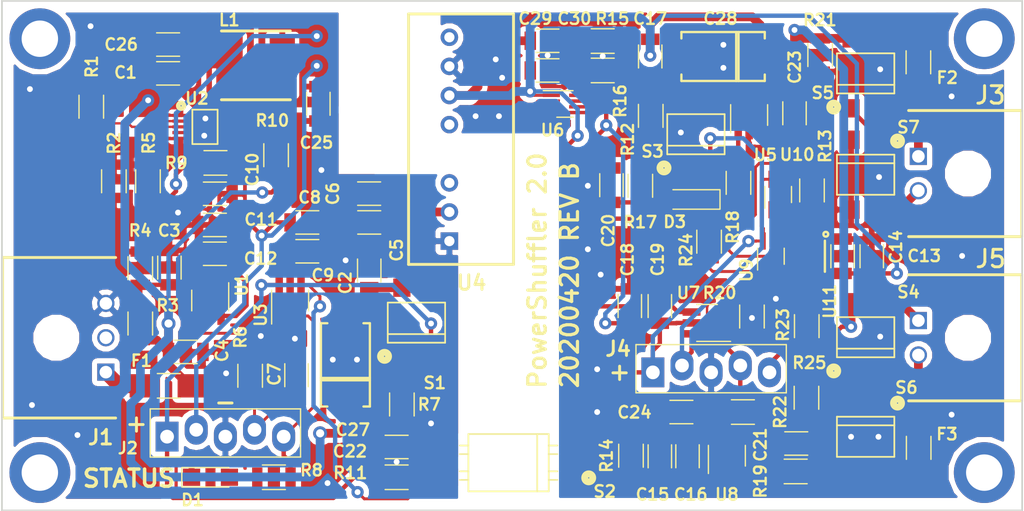
<source format=kicad_pcb>
(kicad_pcb (version 20171130) (host pcbnew "(5.0.0)")
  (layers (0 F.Cu signal) (1 In1.Cu signal hide) (2 In2.Cu signal hide) (31 B.Cu signal) (34 B.Paste user hide) (35 F.Paste user hide) (36 B.SilkS user hide) (37 F.SilkS user) (38 B.Mask user) (39 F.Mask user) (44 Edge.Cuts user))
  (net 0 "")
  (net 1 +3V3)
  (net 2 GND)
  (net 3 "Net-(D1-Pad2)")
  (net 4 "Net-(L1-Pad1)")
  (net 5 "Net-(U6-Pad8)")
  (net 6 "Net-(U2-Pad8)")
  (net 7 +5VA)
  (net 8 "Net-(R22-Pad1)")
  (net 9 "Net-(C21-Pad1)")
  (net 10 "Net-(R6-Pad2)")
  (net 11 /VSUBSHEET)
  (net 12 +3.3VA)
  (net 13 /PB3_2)
  (net 14 /PB2_2)
  (net 15 /PB1_2)
  (net 16 /PB0_2)
  (net 17 /PB0_1)
  (net 18 /PB1_1)
  (net 19 /PB2_1)
  (net 20 /PB3_1)
  (net 21 "Net-(R12-Pad2)")
  (net 22 "Net-(R18-Pad1)")
  (net 23 "Net-(R2-Pad2)")
  (net 24 "Net-(R1-Pad1)")
  (net 25 +36V)
  (net 26 "Net-(R10-Pad1)")
  (net 27 "Net-(C10-Pad1)")
  (net 28 "Net-(R7-Pad1)")
  (net 29 "Net-(R14-Pad2)")
  (net 30 "Net-(R15-Pad2)")
  (net 31 "Net-(D3-Pad1)")
  (net 32 /VBATT)
  (net 33 "Net-(F1-Pad2)")
  (net 34 /36VSWITCH)
  (net 35 "Net-(U4-Pad5)")
  (net 36 "Net-(J1-Pad2)")
  (net 37 "Net-(U2-Pad4)")
  (net 38 "Net-(R24-Pad1)")
  (net 39 "Net-(U10-Pad2)")
  (net 40 "Net-(R24-Pad2)")
  (net 41 "Net-(S3-Pad3)")
  (net 42 /OUT1)
  (net 43 "Net-(R13-Pad2)")
  (net 44 "Net-(R23-Pad1)")
  (net 45 /OUT2)
  (net 46 "Net-(R25-Pad2)")
  (net 47 "Net-(R17-Pad2)")
  (net 48 "Net-(J3-Pad2)")
  (net 49 "Net-(J5-Pad1)")
  (net 50 "Net-(U4-Pad3)")
  (net 51 "Net-(U4-Pad8)")
  (net 52 "Net-(F2-Pad1)")
  (net 53 "Net-(F2-Pad2)")
  (net 54 "Net-(F3-Pad2)")
  (net 55 "Net-(F3-Pad1)")
  (net 56 GNDS)
  (module Capacitors_SMD:C_1206 (layer F.Cu) (at 101.385801 77.4446)
    (fp_text reference C29 (at -1.055801 -4.5212) (layer F.SilkS) (effects (font (size 1.016 1.016) (thickness 0.2032))))
    (fp_text value 1u)
    (pad 1 smd rect (at -1.5 0) (size 1 1.6) (layers F.Cu F.Paste F.Mask) (net 7 +5VA))
    (pad 2 smd rect (at 1.5 0) (size 1 1.6) (layers F.Cu F.Paste F.Mask) (net 2 GND))
  )
  (module Capacitors_SMD:C_1206 (layer F.Cu) (at 101.385801 74.8538)
    (fp_text reference C30 (at 2.347799 -1.9304) (layer F.SilkS) (effects (font (size 1.016 1.016) (thickness 0.2032))))
    (fp_text value 0.1u)
    (pad 2 smd rect (at 1.5 0) (size 1 1.6) (layers F.Cu F.Paste F.Mask) (net 2 GND))
    (pad 1 smd rect (at -1.5 0) (size 1 1.6) (layers F.Cu F.Paste F.Mask) (net 7 +5VA))
  )
  (module BMB:VSSOP-8 (layer F.Cu) (at 124.0282 93.6498 180)
    (fp_text reference U11 (at -1.9558 -3.937 90) (layer F.SilkS) (effects (font (size 1.016 1.016) (thickness 0.2032))))
    (fp_text value SN74LVC2G08)
    (pad 8 smd rect (at -0.75 -1.75 180) (size 0.3 1) (layers F.Cu F.Paste F.Mask) (net 7 +5VA))
    (pad 7 smd rect (at -0.25 -1.75 180) (size 0.3 1) (layers F.Cu F.Paste F.Mask) (net 45 /OUT2))
    (pad 6 smd rect (at 0.25 -1.75 180) (size 0.3 1) (layers F.Cu F.Paste F.Mask) (net 38 "Net-(R24-Pad1)"))
    (pad 5 smd rect (at 0.75 -1.75 180) (size 0.3 1) (layers F.Cu F.Paste F.Mask) (net 44 "Net-(R23-Pad1)"))
    (pad 4 smd rect (at 0.75 1.75 180) (size 0.3 1) (layers F.Cu F.Paste F.Mask) (net 2 GND))
    (pad 3 smd rect (at 0.25 1.75 180) (size 0.3 1) (layers F.Cu F.Paste F.Mask) (net 42 /OUT1))
    (pad 2 smd rect (at -0.25 1.75 180) (size 0.3 1) (layers F.Cu F.Paste F.Mask) (net 39 "Net-(U10-Pad2)"))
    (pad 1 smd rect (at -0.75 1.75 180) (size 0.3 1) (layers F.Cu F.Paste F.Mask) (net 44 "Net-(R23-Pad1)"))
  )
  (module Capacitors_SMD:C_1206 (layer F.Cu) (at 88.2396 110.2868)
    (fp_text reference C22 (at -4.064 0.381) (layer F.SilkS) (effects (font (size 1.016 1.016) (thickness 0.2032))))
    (fp_text value 1u)
    (pad 2 smd rect (at 1.5 0) (size 1 1.6) (layers F.Cu F.Paste F.Mask) (net 56 GNDS))
    (pad 1 smd rect (at -1.5 0) (size 1 1.6) (layers F.Cu F.Paste F.Mask) (net 1 +3V3))
  )
  (module Fuse_Holders_and_Fuses:Fuse_SMD1206_HandSoldering (layer F.Cu) (at 133.731 110.363 270)
    (fp_text reference F3 (at -1.1938 -2.4638) (layer F.SilkS) (effects (font (size 1.016 1.016) (thickness 0.2032))))
    (fp_text value Fuse)
    (pad 2 smd rect (at 2.09 0) (size 2.03 2.65) (layers F.Cu F.Paste F.Mask) (net 54 "Net-(F3-Pad2)"))
    (pad 1 smd rect (at -2.09 0) (size 2.03 2.65) (layers F.Cu F.Paste F.Mask) (net 55 "Net-(F3-Pad1)"))
  )
  (module Resistors_SMD:R_1206 (layer F.Cu) (at 88.2396 112.9284)
    (fp_text reference R11 (at -4.0386 -0.381) (layer F.SilkS) (effects (font (size 1.016 1.016) (thickness 0.2032))))
    (fp_text value 2k)
    (pad 1 smd rect (at -1.45 0) (size 0.9 1.7) (layers F.Cu F.Paste F.Mask) (net 1 +3V3))
    (pad 2 smd rect (at 1.45 0) (size 0.9 1.7) (layers F.Cu F.Paste F.Mask) (net 19 /PB2_1))
  )
  (module BMB:2917 (layer F.Cu) (at 113.8428 76.2254)
    (fp_text reference C28 (at 2.6162 -3.302 unlocked) (layer F.SilkS) (effects (font (size 1.016 1.016) (thickness 0.2032))))
    (fp_text value 15u hide)
    (pad 1 smd rect (at 6.0706 0) (size 2.0574 2.3876) (layers F.Cu F.Paste F.Mask) (net 7 +5VA))
    (pad 2 smd rect (at -0.381 0) (size 2.0574 2.3876) (layers F.Cu F.Paste F.Mask) (net 2 GND))
  )
  (module Capacitors_SMD:C_1206 (layer F.Cu) (at 68.326 75.184)
    (fp_text reference C26 (at -4.0894 0) (layer F.SilkS) (effects (font (thickness 0.2032))))
    (fp_text value 0.1u)
    (pad 2 smd rect (at 1.5 0) (size 1 1.6) (layers F.Cu F.Paste F.Mask) (net 56 GNDS))
    (pad 1 smd rect (at -1.5 0) (size 1 1.6) (layers F.Cu F.Paste F.Mask) (net 25 +36V))
  )
  (module BMB:SPBW03G (layer F.Cu) (at 92.837 83.439 90)
    (fp_text reference U4 (at -12.5222 1.9304 180) (layer F.SilkS) (effects (font (size 1.27 1.27) (thickness 0.254))))
    (fp_text value SPBW03G)
    (pad 1 thru_hole rect (at -8.89 0 90) (size 1.524 1.524) (drill 0.889) (layers *.Cu *.Mask) (net 56 GNDS))
    (pad 2 thru_hole circle (at -6.35 0 90) (size 1.524 1.524) (drill 0.889) (layers *.Cu *.Mask) (net 34 /36VSWITCH))
    (pad 3 thru_hole circle (at -3.81 0 90) (size 1.524 1.524) (drill 0.889) (layers *.Cu *.Mask) (net 50 "Net-(U4-Pad3)"))
    (pad 5 thru_hole circle (at 1.27 0 90) (size 1.524 1.524) (drill 0.889) (layers *.Cu *.Mask) (net 35 "Net-(U4-Pad5)"))
    (pad 6 thru_hole circle (at 3.81 0 90) (size 1.524 1.524) (drill 0.889) (layers *.Cu *.Mask) (net 7 +5VA))
    (pad 7 thru_hole circle (at 6.35 0 90) (size 1.524 1.524) (drill 0.889) (layers *.Cu *.Mask) (net 2 GND))
    (pad 8 thru_hole circle (at 8.89 0 90) (size 1.524 1.524) (drill 0.889) (layers *.Cu *.Mask) (net 51 "Net-(U4-Pad8)"))
  )
  (module BMB:Molex_Microfit3_Header_2pin_Angled_43650 (layer F.Cu) (at 133.7056 99.2632 90)
    (fp_text reference J5 (at 5.3848 6.2992 180) (layer F.SilkS) (effects (font (size 1.524 1.524) (thickness 0.254))))
    (fp_text value Conn_01x02)
    (pad "" np_thru_hole circle (at -1.5 4.32 90) (size 3.1 3.1) (drill 3.1) (layers *.Cu *.Mask))
    (pad 2 thru_hole circle (at -3 0 90) (size 1.5 1.5) (drill 1.1) (layers *.Cu *.Mask) (net 55 "Net-(F3-Pad1)"))
    (pad 1 thru_hole rect (at 0 0 90) (size 1.5 1.5) (drill 1.1) (layers *.Cu *.Mask) (net 49 "Net-(J5-Pad1)"))
  )
  (module BMB:SMD4_SSR_CPC1002N (layer F.Cu) (at 114.319568 83.00589)
    (fp_text reference S3 (at -3.778768 1.49991 180) (layer F.SilkS) (effects (font (size 1.016 1.016) (thickness 0.2032))))
    (fp_text value SSR4)
    (pad 1 smd rect (at -1.27 3.048) (size 1.5 1.6) (layers F.Cu F.Paste F.Mask) (net 47 "Net-(R17-Pad2)"))
    (pad 2 smd rect (at 1.27 3.048) (size 1.5 1.6) (layers F.Cu F.Paste F.Mask) (net 13 /PB3_2))
    (pad 3 smd rect (at 1.27 -3.048) (size 1.5 1.6) (layers F.Cu F.Paste F.Mask) (net 41 "Net-(S3-Pad3)"))
    (pad 4 smd rect (at -1.27 -3.048) (size 1.5 1.6) (layers F.Cu F.Paste F.Mask) (net 21 "Net-(R12-Pad2)"))
  )
  (module BMB:SMD4_SSR_CPC1002N (layer F.Cu) (at 129.1082 100.711)
    (fp_text reference S4 (at 3.7338 -3.937 180) (layer F.SilkS) (effects (font (size 1.016 1.016) (thickness 0.2032))))
    (fp_text value SSR4)
    (pad 4 smd rect (at -1.27 -3.048) (size 1.5 1.6) (layers F.Cu F.Paste F.Mask) (net 32 /VBATT))
    (pad 3 smd rect (at 1.27 -3.048) (size 1.5 1.6) (layers F.Cu F.Paste F.Mask) (net 49 "Net-(J5-Pad1)"))
    (pad 2 smd rect (at 1.27 3.048) (size 1.5 1.6) (layers F.Cu F.Paste F.Mask) (net 2 GND))
    (pad 1 smd rect (at -1.27 3.048) (size 1.5 1.6) (layers F.Cu F.Paste F.Mask) (net 46 "Net-(R25-Pad2)"))
  )
  (module BMB:SMD4_SSR_CPC1002N (layer F.Cu) (at 129.1082 77.6986)
    (fp_text reference S5 (at -3.7338 1.7018 180) (layer F.SilkS) (effects (font (size 1.016 1.016) (thickness 0.2032))))
    (fp_text value SSR4)
    (pad 1 smd rect (at -1.27 3.048) (size 1.5 1.6) (layers F.Cu F.Paste F.Mask) (net 43 "Net-(R13-Pad2)"))
    (pad 2 smd rect (at 1.27 3.048) (size 1.5 1.6) (layers F.Cu F.Paste F.Mask) (net 2 GND))
    (pad 3 smd rect (at 1.27 -3.048) (size 1.5 1.6) (layers F.Cu F.Paste F.Mask) (net 53 "Net-(F2-Pad2)"))
    (pad 4 smd rect (at -1.27 -3.048) (size 1.5 1.6) (layers F.Cu F.Paste F.Mask) (net 32 /VBATT))
  )
  (module BMB:SMD4_SSR_CPC1002N (layer F.Cu) (at 129.1082 86.5378 180)
    (fp_text reference S7 (at -3.7338 4.1402 180) (layer F.SilkS) (effects (font (size 1.016 1.016) (thickness 0.2032))))
    (fp_text value SSR4)
    (pad 4 smd rect (at -1.27 -3.048 180) (size 1.5 1.6) (layers F.Cu F.Paste F.Mask) (net 48 "Net-(J3-Pad2)"))
    (pad 3 smd rect (at 1.27 -3.048 180) (size 1.5 1.6) (layers F.Cu F.Paste F.Mask) (net 2 GND))
    (pad 2 smd rect (at 1.27 3.048 180) (size 1.5 1.6) (layers F.Cu F.Paste F.Mask) (net 2 GND))
    (pad 1 smd rect (at -1.27 3.048 180) (size 1.5 1.6) (layers F.Cu F.Paste F.Mask) (net 43 "Net-(R13-Pad2)"))
  )
  (module BMB:SMD4_SSR_CPC1002N (layer F.Cu) (at 129.1082 109.3978 180)
    (fp_text reference S6 (at -3.556 4.2926 180) (layer F.SilkS) (effects (font (size 1.016 1.016) (thickness 0.2032))))
    (fp_text value SSR4)
    (pad 1 smd rect (at -1.27 3.048 180) (size 1.5 1.6) (layers F.Cu F.Paste F.Mask) (net 46 "Net-(R25-Pad2)"))
    (pad 2 smd rect (at 1.27 3.048 180) (size 1.5 1.6) (layers F.Cu F.Paste F.Mask) (net 2 GND))
    (pad 3 smd rect (at 1.27 -3.048 180) (size 1.5 1.6) (layers F.Cu F.Paste F.Mask) (net 2 GND))
    (pad 4 smd rect (at -1.27 -3.048 180) (size 1.5 1.6) (layers F.Cu F.Paste F.Mask) (net 54 "Net-(F3-Pad2)"))
  )
  (module Resistors_SMD:R_1206 (layer F.Cu) (at 123.952 105.9942 270)
    (fp_text reference R25 (at -3.048 -0.254) (layer F.SilkS) (effects (font (size 1.016 1.016) (thickness 0.2032))))
    (fp_text value 390)
    (pad 1 smd rect (at -1.45 0 270) (size 0.9 1.7) (layers F.Cu F.Paste F.Mask) (net 45 /OUT2))
    (pad 2 smd rect (at 1.45 0 270) (size 0.9 1.7) (layers F.Cu F.Paste F.Mask) (net 46 "Net-(R25-Pad2)"))
  )
  (module Resistors_SMD:R_1206 (layer F.Cu) (at 115.4684 92.3798 270)
    (fp_text reference R24 (at 0.7366 2.0066 90) (layer F.SilkS) (effects (font (size 1.016 1.016) (thickness 0.2032))))
    (fp_text value 191k)
    (pad 2 smd rect (at 1.45 0 270) (size 0.9 1.7) (layers F.Cu F.Paste F.Mask) (net 40 "Net-(R24-Pad2)"))
    (pad 1 smd rect (at -1.45 0 270) (size 0.9 1.7) (layers F.Cu F.Paste F.Mask) (net 38 "Net-(R24-Pad1)"))
  )
  (module TO_SOT_Packages_SMD:SC-70-8_Handsoldering (layer F.Cu) (at 102.87 80.3656)
    (fp_text reference U6 (at -1.0414 2.286) (layer F.SilkS) (effects (font (size 1.016 1.016) (thickness 0.2032))))
    (fp_text value LT3009)
    (pad 8 smd rect (at 1.15 -0.75 270) (size 0.3 1.5) (layers F.Cu F.Paste F.Mask) (net 5 "Net-(U6-Pad8)"))
    (pad 7 smd rect (at 1.15 -0.25 270) (size 0.3 1.5) (layers F.Cu F.Paste F.Mask) (net 30 "Net-(R15-Pad2)"))
    (pad 6 smd rect (at 1.15 0.25 270) (size 0.3 1.5) (layers F.Cu F.Paste F.Mask) (net 12 +3.3VA))
    (pad 5 smd rect (at 1.15 0.75 270) (size 0.3 1.5) (layers F.Cu F.Paste F.Mask) (net 7 +5VA))
    (pad 4 smd rect (at -1.15 0.75 270) (size 0.3 1.5) (layers F.Cu F.Paste F.Mask) (net 2 GND))
    (pad 3 smd rect (at -1.15 0.25 270) (size 0.3 1.5) (layers F.Cu F.Paste F.Mask) (net 2 GND))
    (pad 2 smd rect (at -1.15 -0.25 270) (size 0.3 1.5) (layers F.Cu F.Paste F.Mask) (net 2 GND))
    (pad 1 smd rect (at -1.15 -0.75 270) (size 0.3 1.5) (layers F.Cu F.Paste F.Mask) (net 7 +5VA))
  )
  (module TO_SOT_Packages_SMD:SOT-353_SC-70-5_Handsoldering (layer F.Cu) (at 120.8532 93.6498 90)
    (fp_text reference U9 (at -1.2192 -2.1336 270) (layer F.SilkS) (effects (font (size 1.016 1.016) (thickness 0.2032))))
    (fp_text value 74AUC1G79)
    (pad 1 smd rect (at -1.33 -0.65 90) (size 1.5 0.4) (layers F.Cu F.Paste F.Mask) (net 40 "Net-(R24-Pad2)"))
    (pad 2 smd rect (at -1.33 0 90) (size 1.5 0.4) (layers F.Cu F.Paste F.Mask) (net 15 /PB1_2))
    (pad 3 smd rect (at -1.33 0.65 90) (size 1.5 0.4) (layers F.Cu F.Paste F.Mask) (net 2 GND))
    (pad 4 smd rect (at 1.33 0.65 90) (size 1.5 0.4) (layers F.Cu F.Paste F.Mask) (net 39 "Net-(U10-Pad2)"))
    (pad 5 smd rect (at 1.33 -0.65 90) (size 1.5 0.4) (layers F.Cu F.Paste F.Mask) (net 12 +3.3VA))
  )
  (module TO_SOT_Packages_SMD:SOT-353_SC-70-5_Handsoldering (layer F.Cu) (at 121.4882 88.265 90)
    (fp_text reference U10 (at 3.4798 1.651) (layer F.SilkS) (effects (font (size 1.016 1.016) (thickness 0.2032))))
    (fp_text value 74AHC1G14)
    (pad 5 smd rect (at 1.33 -0.65 90) (size 1.5 0.4) (layers F.Cu F.Paste F.Mask) (net 12 +3.3VA))
    (pad 4 smd rect (at 1.33 0.65 90) (size 1.5 0.4) (layers F.Cu F.Paste F.Mask) (net 38 "Net-(R24-Pad1)"))
    (pad 3 smd rect (at -1.33 0.65 90) (size 1.5 0.4) (layers F.Cu F.Paste F.Mask) (net 2 GND))
    (pad 2 smd rect (at -1.33 0 90) (size 1.5 0.4) (layers F.Cu F.Paste F.Mask) (net 39 "Net-(U10-Pad2)"))
    (pad 1 smd rect (at -1.33 -0.65 90) (size 1.5 0.4) (layers F.Cu F.Paste F.Mask))
  )
  (module BMB:Staggered_ICSP_5x2.54mm_Straight (layer F.Cu) (at 68.2371 109.0851)
    (fp_text reference J2 (at -3.4163 1.3033) (layer F.SilkS) (effects (font (thickness 0.2032))))
    (fp_text value Conn_01x05)
    (pad 1 thru_hole rect (at 0 0.3) (size 2 2.6) (drill 1.2) (layers *.Cu *.Mask) (net 1 +3V3))
    (pad 2 thru_hole oval (at 2.54 -0.3) (size 2 2.6) (drill 1.2) (layers *.Cu *.Mask) (net 20 /PB3_1))
    (pad 3 thru_hole oval (at 5.08 0.3) (size 2 2.6) (drill 1.2) (layers *.Cu *.Mask) (net 56 GNDS))
    (pad 4 thru_hole oval (at 7.62 -0.3) (size 2 2.6) (drill 1.2) (layers *.Cu *.Mask) (net 17 /PB0_1))
    (pad 5 thru_hole oval (at 10.16 0.3) (size 2 2.6) (drill 1.2) (layers *.Cu *.Mask) (net 18 /PB1_1))
  )
  (module BMB:Staggered_ICSP_5x2.54mm_Straight (layer F.Cu) (at 110.5662 103.4796)
    (fp_text reference J4 (at -3.0226 -1.7526) (layer F.SilkS) (effects (font (size 1.27 1.27) (thickness 0.254))))
    (fp_text value Conn_01x05)
    (pad 1 thru_hole rect (at 0 0.3) (size 2 2.6) (drill 1.2) (layers *.Cu *.Mask) (net 12 +3.3VA))
    (pad 2 thru_hole oval (at 2.54 -0.3) (size 2 2.6) (drill 1.2) (layers *.Cu *.Mask) (net 13 /PB3_2))
    (pad 3 thru_hole oval (at 5.08 0.3) (size 2 2.6) (drill 1.2) (layers *.Cu *.Mask) (net 2 GND))
    (pad 4 thru_hole oval (at 7.62 -0.3) (size 2 2.6) (drill 1.2) (layers *.Cu *.Mask) (net 16 /PB0_2))
    (pad 5 thru_hole oval (at 10.16 0.3) (size 2 2.6) (drill 1.2) (layers *.Cu *.Mask) (net 15 /PB1_2))
  )
  (module BMB:10-μMAX_3x3mm (layer F.Cu) (at 71.5391 82.6135 270)
    (fp_text reference U2 (at -2.7305 0.6985) (layer F.SilkS) (effects (font (size 1.016 1.016) (thickness 0.2032))))
    (fp_text value SWITCHDCDCLOPOW)
    (pad 10 smd rect (at -1.25 -2.14 270) (size 0.28 1.4) (layers F.Cu F.Paste F.Mask) (net 4 "Net-(L1-Pad1)"))
    (pad 9 smd rect (at -0.75 -2.14 270) (size 0.28 1.4) (layers F.Cu F.Paste F.Mask) (net 56 GNDS))
    (pad 8 smd rect (at -0.25 -2.14 270) (size 0.28 1.4) (layers F.Cu F.Paste F.Mask) (net 6 "Net-(U2-Pad8)"))
    (pad 7 smd rect (at 0.25 -2.14 270) (size 0.28 1.4) (layers F.Cu F.Paste F.Mask) (net 26 "Net-(R10-Pad1)"))
    (pad 6 smd rect (at 0.75 -2.14 270) (size 0.28 1.4) (layers F.Cu F.Paste F.Mask) (net 27 "Net-(C10-Pad1)"))
    (pad 5 smd rect (at 0.75 2.14 270) (size 0.28 1.4) (layers F.Cu F.Paste F.Mask) (net 23 "Net-(R2-Pad2)"))
    (pad 4 smd rect (at 0.25 2.14 270) (size 0.28 1.4) (layers F.Cu F.Paste F.Mask) (net 37 "Net-(U2-Pad4)"))
    (pad 3 smd rect (at -0.25 2.14 270) (size 0.28 1.4) (layers F.Cu F.Paste F.Mask) (net 24 "Net-(R1-Pad1)"))
    (pad 2 smd rect (at -0.75 2.14 270) (size 0.28 1.4) (layers F.Cu F.Paste F.Mask) (net 25 +36V))
    (pad 1 smd rect (at -1.25 2.14 270) (size 0.28 1.4) (layers F.Cu F.Paste F.Mask) (net 25 +36V))
  )
  (module BMB:SMD4_SSR_CPC1002N (layer F.Cu) (at 89.9668 99.441)
    (fp_text reference S1 (at 1.6002 5.2578) (layer F.SilkS) (effects (font (size 1.016 1.016) (thickness 0.2032))))
    (fp_text value SSR4)
    (pad 4 smd rect (at -1.27 -3.048) (size 1.5 1.6) (layers F.Cu F.Paste F.Mask) (net 25 +36V))
    (pad 3 smd rect (at 1.27 -3.048) (size 1.5 1.6) (layers F.Cu F.Paste F.Mask) (net 34 /36VSWITCH))
    (pad 2 smd rect (at 1.27 3.048) (size 1.5 1.6) (layers F.Cu F.Paste F.Mask) (net 20 /PB3_1))
    (pad 1 smd rect (at -1.27 3.048) (size 1.5 1.6) (layers F.Cu F.Paste F.Mask) (net 28 "Net-(R7-Pad1)"))
  )
  (module LEDs:LED_1206 (layer F.Cu) (at 113.919 88.6968 180)
    (fp_text reference D3 (at 1.4478 -1.9558 180) (layer F.SilkS) (effects (font (thickness 0.2032))))
    (fp_text value LED)
    (pad 1 smd rect (at -1.65 0) (size 1.5 1.5) (layers F.Cu F.Paste F.Mask) (net 31 "Net-(D3-Pad1)"))
    (pad 2 smd rect (at 1.65 0) (size 1.5 1.5) (layers F.Cu F.Paste F.Mask) (net 7 +5VA))
  )
  (module LEDs:LED_1206 (layer F.Cu) (at 72.0217 112.9284)
    (fp_text reference D1 (at -1.5621 1.9812) (layer F.SilkS) (effects (font (thickness 0.2032))))
    (fp_text value LED)
    (pad 2 smd rect (at 1.65 0 180) (size 1.5 1.5) (layers F.Cu F.Paste F.Mask) (net 3 "Net-(D1-Pad2)"))
    (pad 1 smd rect (at -1.65 0 180) (size 1.5 1.5) (layers F.Cu F.Paste F.Mask) (net 56 GNDS))
  )
  (module BMB:2917 (layer F.Cu) (at 83.776932 100.27946 270)
    (fp_text reference C27 (at 8.50874 -0.652668 unlocked) (layer F.SilkS) (effects (font (size 1.016 1.016) (thickness 0.2032))))
    (fp_text value 15u hide)
    (pad 1 smd rect (at 6.0706 0 270) (size 2.0574 2.3876) (layers F.Cu F.Paste F.Mask) (net 25 +36V))
    (pad 2 smd rect (at -0.381 0 270) (size 2.0574 2.3876) (layers F.Cu F.Paste F.Mask) (net 56 GNDS))
  )
  (module Capacitors_SMD:C_1206 (layer F.Cu) (at 81.4197 80.3529 270)
    (fp_text reference C25 (at 3.3909 0.1651) (layer F.SilkS) (effects (font (thickness 0.2032))))
    (fp_text value 10u)
    (pad 2 smd rect (at 1.5 0 270) (size 1 1.6) (layers F.Cu F.Paste F.Mask) (net 56 GNDS))
    (pad 1 smd rect (at -1.5 0 270) (size 1 1.6) (layers F.Cu F.Paste F.Mask) (net 1 +3V3))
  )
  (module BMB:Molex_Microfit3_Header_2pin_Angled_43650 (layer F.Cu) (at 133.7056 84.9376 90)
    (fp_text reference J3 (at 5.334 6.2738 180) (layer F.SilkS) (effects (font (size 1.524 1.524) (thickness 0.254))))
    (fp_text value Conn_01x02)
    (pad 1 thru_hole rect (at 0 0 90) (size 1.5 1.5) (drill 1.1) (layers *.Cu *.Mask) (net 52 "Net-(F2-Pad1)"))
    (pad 2 thru_hole circle (at -3 0 90) (size 1.5 1.5) (drill 1.1) (layers *.Cu *.Mask) (net 48 "Net-(J3-Pad2)"))
    (pad "" np_thru_hole circle (at -1.5 4.32 90) (size 3.1 3.1) (drill 3.1) (layers *.Cu *.Mask))
  )
  (module BMB:Molex_Microfit3_Header_3pin_Angled_43650 (layer F.Cu) (at 62.9031 103.759 270)
    (fp_text reference J1 (at 5.6896 0.4445) (layer F.SilkS) (effects (font (size 1.27 1.27) (thickness 0.254))))
    (fp_text value Conn_01x03)
    (pad 1 thru_hole rect (at 0 0 270) (size 1.5 1.5) (drill 1.1) (layers *.Cu *.Mask) (net 33 "Net-(F1-Pad2)"))
    (pad 2 thru_hole circle (at -3 0 270) (size 1.5 1.5) (drill 1.1) (layers *.Cu *.Mask) (net 36 "Net-(J1-Pad2)"))
    (pad 3 thru_hole circle (at -6 0 270) (size 1.5 1.5) (drill 1.1) (layers *.Cu *.Mask) (net 56 GNDS))
    (pad "" np_thru_hole circle (at -3 4.32 270) (size 3.1 3.1) (drill 3.1) (layers *.Cu *.Mask))
  )
  (module TO_SOT_Packages_SMD:SOT-23-5_HandSoldering (layer F.Cu) (at 71.9963 97.5106 270)
    (fp_text reference U1 (at -1.3716 -2.7432 270) (layer F.SilkS) (effects (font (thickness 0.2032))))
    (fp_text value MCP6401)
    (pad 1 smd rect (at -1.35 -0.95 270) (size 1.56 0.65) (layers F.Cu F.Paste F.Mask) (net 10 "Net-(R6-Pad2)"))
    (pad 2 smd rect (at -1.35 0 270) (size 1.56 0.65) (layers F.Cu F.Paste F.Mask) (net 56 GNDS))
    (pad 3 smd rect (at -1.35 0.95 270) (size 1.56 0.65) (layers F.Cu F.Paste F.Mask) (net 11 /VSUBSHEET))
    (pad 4 smd rect (at 1.35 0.95 270) (size 1.56 0.65) (layers F.Cu F.Paste F.Mask) (net 10 "Net-(R6-Pad2)"))
    (pad 5 smd rect (at 1.35 -0.95 270) (size 1.56 0.65) (layers F.Cu F.Paste F.Mask) (net 1 +3V3))
  )
  (module TO_SOT_Packages_SMD:SOT-23-5_HandSoldering (layer F.Cu) (at 117.0178 111.0488 90)
    (fp_text reference U8 (at -3.3782 0) (layer F.SilkS) (effects (font (size 1.016 1.016) (thickness 0.2032))))
    (fp_text value MCP6401)
    (pad 5 smd rect (at 1.35 -0.95 90) (size 1.56 0.65) (layers F.Cu F.Paste F.Mask) (net 12 +3.3VA))
    (pad 4 smd rect (at 1.35 0.95 90) (size 1.56 0.65) (layers F.Cu F.Paste F.Mask) (net 8 "Net-(R22-Pad1)"))
    (pad 3 smd rect (at -1.35 0.95 90) (size 1.56 0.65) (layers F.Cu F.Paste F.Mask) (net 9 "Net-(C21-Pad1)"))
    (pad 2 smd rect (at -1.35 0 90) (size 1.56 0.65) (layers F.Cu F.Paste F.Mask) (net 2 GND))
    (pad 1 smd rect (at -1.35 -0.95 90) (size 1.56 0.65) (layers F.Cu F.Paste F.Mask) (net 8 "Net-(R22-Pad1)"))
  )
  (module BMB:3mm_hole (layer F.Cu) (at 57.15 76.6318)
    (fp_text reference MNT1 hide)
    (fp_text value MountingHole)
    (pad "" thru_hole circle (at 0 -1.9558) (size 5.3 5.3) (drill 3.175) (layers *.Cu *.Mask))
  )
  (module BMB:3mm_hole (layer F.Cu) (at 139.446 74.676)
    (fp_text reference MNT2 hide)
    (fp_text value MountingHole)
    (pad "" thru_hole circle (at 0 0) (size 5.3 5.3) (drill 3.175) (layers *.Cu *.Mask))
  )
  (module BMB:3mm_hole (layer F.Cu) (at 57.15 113.5634)
    (fp_text reference MNT3 hide)
    (fp_text value MountingHole)
    (pad "" thru_hole circle (at 0 -1.0414) (size 5.3 5.3) (drill 3.175) (layers *.Cu *.Mask))
  )
  (module BMB:3mm_hole (layer F.Cu) (at 139.446 112.522)
    (fp_text reference MNT4 hide)
    (fp_text value MountingHole)
    (pad "" thru_hole circle (at 0 0) (size 5.3 5.3) (drill 3.175) (layers *.Cu *.Mask))
  )
  (module BMB:SMD4_TL241AF-SSR_0.1_12x5mm (layer F.Cu) (at 97.9932 111.6584 90)
    (fp_text reference S2 (at -2.5146 8.382) (layer F.SilkS) (effects (font (size 1.016 1.016) (thickness 0.2032))))
    (fp_text value OPTOSOLO)
    (pad 4 smd rect (at -1.27 -5.2 90) (size 1.5 1.6) (layers F.Cu F.Paste F.Mask) (net 19 /PB2_1))
    (pad 3 smd rect (at 1.27 -5.2 90) (size 1.5 1.6) (layers F.Cu F.Paste F.Mask) (net 56 GNDS))
    (pad 2 smd rect (at 1.27 5.2 90) (size 1.5 1.6) (layers F.Cu F.Paste F.Mask) (net 14 /PB2_2))
    (pad 1 smd rect (at -1.27 5.2 90) (size 1.5 1.6) (layers F.Cu F.Paste F.Mask) (net 29 "Net-(R14-Pad2)"))
  )
  (module BMB:SMD_Inductor_Shielded_6x6mm (layer F.Cu) (at 73.8759 77.0001)
    (fp_text reference L1 (at -0.2159 -3.9497 unlocked) (layer F.SilkS) (effects (font (size 1.016 1.016) (thickness 0.2032))))
    (fp_text value 680u hide)
    (pad 1 smd rect (at -0.2 0) (size 2.3 5.1) (layers F.Cu F.Paste F.Mask) (net 4 "Net-(L1-Pad1)"))
    (pad 2 smd rect (at 4.4 0) (size 2.2 5.1) (layers F.Cu F.Paste F.Mask) (net 1 +3V3))
  )
  (module Capacitors_SMD:C_1206 (layer F.Cu) (at 72.4027 90.9193 180)
    (fp_text reference C11 (at -4.0386 0.4699 180) (layer F.SilkS) (effects (font (thickness 0.2032))))
    (fp_text value 1u)
    (pad 1 smd rect (at -1.5 0 180) (size 1 1.6) (layers F.Cu F.Paste F.Mask) (net 1 +3V3))
    (pad 2 smd rect (at 1.5 0 180) (size 1 1.6) (layers F.Cu F.Paste F.Mask) (net 56 GNDS))
  )
  (module Capacitors_SMD:C_1206 (layer F.Cu) (at 113.0554 107.2388 180)
    (fp_text reference C24 (at 4.0894 -0.0254 180) (layer F.SilkS) (effects (font (size 1.016 1.016) (thickness 0.2032))))
    (fp_text value 1u)
    (pad 1 smd rect (at -1.5 0 180) (size 1 1.6) (layers F.Cu F.Paste F.Mask) (net 16 /PB0_2))
    (pad 2 smd rect (at 1.5 0 180) (size 1 1.6) (layers F.Cu F.Paste F.Mask) (net 2 GND))
  )
  (module Capacitors_SMD:C_1206 (layer F.Cu) (at 122.9106 81.1784 270)
    (fp_text reference C23 (at -4.02459 -0.018532 90) (layer F.SilkS) (effects (font (thickness 0.2032))))
    (fp_text value 4.7u)
    (pad 1 smd rect (at -1.5 0 270) (size 1 1.6) (layers F.Cu F.Paste F.Mask) (net 32 /VBATT))
    (pad 2 smd rect (at 1.5 0 270) (size 1 1.6) (layers F.Cu F.Paste F.Mask) (net 2 GND))
  )
  (module Capacitors_SMD:C_1206 (layer F.Cu) (at 123.063 109.982)
    (fp_text reference C21 (at -3.1242 0.1016 90) (layer F.SilkS) (effects (font (size 1.016 1.016) (thickness 0.2032))))
    (fp_text value 1u)
    (pad 1 smd rect (at -1.5 0) (size 1 1.6) (layers F.Cu F.Paste F.Mask) (net 9 "Net-(C21-Pad1)"))
    (pad 2 smd rect (at 1.5 0) (size 1 1.6) (layers F.Cu F.Paste F.Mask) (net 2 GND))
  )
  (module Capacitors_SMD:C_1206 (layer F.Cu) (at 108.5596 97.9932 90)
    (fp_text reference C18 (at 4.044854 -0.201987 90) (layer F.SilkS) (effects (font (thickness 0.2032))))
    (fp_text value 1u)
    (pad 1 smd rect (at -1.5 0 90) (size 1 1.6) (layers F.Cu F.Paste F.Mask) (net 12 +3.3VA))
    (pad 2 smd rect (at 1.5 0 90) (size 1 1.6) (layers F.Cu F.Paste F.Mask) (net 2 GND))
  )
  (module Capacitors_SMD:C_1206 (layer F.Cu) (at 106.9594 87.4522 90)
    (fp_text reference C20 (at -3.9624 -0.2794 90) (layer F.SilkS) (effects (font (thickness 0.2032))))
    (fp_text value 10u)
    (pad 1 smd rect (at -1.5 0 90) (size 1 1.6) (layers F.Cu F.Paste F.Mask) (net 12 +3.3VA))
    (pad 2 smd rect (at 1.5 0 90) (size 1 1.6) (layers F.Cu F.Paste F.Mask) (net 2 GND))
  )
  (module Capacitors_SMD:C_1206 (layer F.Cu) (at 111.1758 97.9932 90)
    (fp_text reference C19 (at 4.057554 -0.192337 90) (layer F.SilkS) (effects (font (thickness 0.2032))))
    (fp_text value 0.1u)
    (pad 1 smd rect (at -1.5 0 90) (size 1 1.6) (layers F.Cu F.Paste F.Mask) (net 12 +3.3VA))
    (pad 2 smd rect (at 1.5 0 90) (size 1 1.6) (layers F.Cu F.Paste F.Mask) (net 2 GND))
  )
  (module Capacitors_SMD:C_1206 (layer F.Cu) (at 110.3376 76.2254 270)
    (fp_text reference C17 (at -3.302 0) (layer F.SilkS) (effects (font (size 1.016 1.016) (thickness 0.2032))))
    (fp_text value 4.7u)
    (pad 1 smd rect (at -1.5 0 270) (size 1 1.6) (layers F.Cu F.Paste F.Mask) (net 7 +5VA))
    (pad 2 smd rect (at 1.5 0 270) (size 1 1.6) (layers F.Cu F.Paste F.Mask) (net 2 GND))
  )
  (module Capacitors_SMD:C_1206 (layer F.Cu) (at 113.5888 111.095481 270)
    (fp_text reference C16 (at 3.331519 -0.2794) (layer F.SilkS) (effects (font (thickness 0.2032))))
    (fp_text value 0.1u)
    (pad 1 smd rect (at -1.5 0 270) (size 1 1.6) (layers F.Cu F.Paste F.Mask) (net 12 +3.3VA))
    (pad 2 smd rect (at 1.5 0 270) (size 1 1.6) (layers F.Cu F.Paste F.Mask) (net 2 GND))
  )
  (module Capacitors_SMD:C_1206 (layer F.Cu) (at 127.1016 93.6498 90)
    (fp_text reference C14 (at 0.8128 4.6482 90) (layer F.SilkS) (effects (font (thickness 0.2032))))
    (fp_text value 0.1u)
    (pad 1 smd rect (at -1.5 0 90) (size 1 1.6) (layers F.Cu F.Paste F.Mask) (net 7 +5VA))
    (pad 2 smd rect (at 1.5 0 90) (size 1 1.6) (layers F.Cu F.Paste F.Mask) (net 2 GND))
  )
  (module Capacitors_SMD:C_1206 (layer F.Cu) (at 129.6416 93.6498 90)
    (fp_text reference C13 (at 0.0254 4.572 180) (layer F.SilkS) (effects (font (thickness 0.2032))))
    (fp_text value 1u)
    (pad 1 smd rect (at -1.5 0 90) (size 1 1.6) (layers F.Cu F.Paste F.Mask) (net 7 +5VA))
    (pad 2 smd rect (at 1.5 0 90) (size 1 1.6) (layers F.Cu F.Paste F.Mask) (net 2 GND))
  )
  (module Capacitors_SMD:C_1206 (layer F.Cu) (at 72.4027 88.2015 180)
    (fp_text reference C10 (at -3.2639 2.1209 270) (layer F.SilkS) (effects (font (thickness 0.2032))))
    (fp_text value 0.22u)
    (pad 1 smd rect (at -1.5 0 180) (size 1 1.6) (layers F.Cu F.Paste F.Mask) (net 27 "Net-(C10-Pad1)"))
    (pad 2 smd rect (at 1.5 0 180) (size 1 1.6) (layers F.Cu F.Paste F.Mask) (net 56 GNDS))
  )
  (module Capacitors_SMD:C_1206 (layer F.Cu) (at 80.45695 93.216393)
    (fp_text reference C9 (at 1.35645 2.084407) (layer F.SilkS) (effects (font (thickness 0.2032))))
    (fp_text value 0.1u)
    (pad 1 smd rect (at -1.5 0) (size 1 1.6) (layers F.Cu F.Paste F.Mask) (net 1 +3V3))
    (pad 2 smd rect (at 1.5 0) (size 1 1.6) (layers F.Cu F.Paste F.Mask) (net 56 GNDS))
  )
  (module Capacitors_SMD:C_1206 (layer F.Cu) (at 80.45695 90.701793)
    (fp_text reference C8 (at 0.2032 -2.182793) (layer F.SilkS) (effects (font (thickness 0.2032))))
    (fp_text value 1u)
    (pad 1 smd rect (at -1.5 0) (size 1 1.6) (layers F.Cu F.Paste F.Mask) (net 1 +3V3))
    (pad 2 smd rect (at 1.5 0) (size 1 1.6) (layers F.Cu F.Paste F.Mask) (net 56 GNDS))
  )
  (module Capacitors_SMD:C_1206 (layer F.Cu) (at 79.5147 104.0257 90)
    (fp_text reference C7 (at 0.0762 -1.9304 90) (layer F.SilkS) (effects (font (size 1.016 1.016) (thickness 0.2032))))
    (fp_text value 1u)
    (pad 1 smd rect (at -1.5 0 90) (size 1 1.6) (layers F.Cu F.Paste F.Mask) (net 17 /PB0_1))
    (pad 2 smd rect (at 1.5 0 90) (size 1 1.6) (layers F.Cu F.Paste F.Mask) (net 56 GNDS))
  )
  (module Capacitors_SMD:C_1206 (layer F.Cu) (at 85.844189 88.187193 180)
    (fp_text reference C6 (at 3.167189 -0.001607 90) (layer F.SilkS) (effects (font (size 1.016 1.016) (thickness 0.2032))))
    (fp_text value 0.1u)
    (pad 1 smd rect (at -1.5 0 180) (size 1 1.6) (layers F.Cu F.Paste F.Mask) (net 34 /36VSWITCH))
    (pad 2 smd rect (at 1.5 0 180) (size 1 1.6) (layers F.Cu F.Paste F.Mask) (net 56 GNDS))
  )
  (module Capacitors_SMD:C_1206 (layer F.Cu) (at 85.852 90.701793 180)
    (fp_text reference C5 (at -2.3876 -2.414607 270) (layer F.SilkS) (effects (font (size 1.016 1.016) (thickness 0.2032))))
    (fp_text value 1u)
    (pad 1 smd rect (at -1.5 0 180) (size 1 1.6) (layers F.Cu F.Paste F.Mask) (net 34 /36VSWITCH))
    (pad 2 smd rect (at 1.5 0 180) (size 1 1.6) (layers F.Cu F.Paste F.Mask) (net 56 GNDS))
  )
  (module Capacitors_SMD:C_1206 (layer F.Cu) (at 69.8627 101.9937)
    (fp_text reference C4 (at 3.1623 -0.1143 90) (layer F.SilkS) (effects (font (size 1.016 1.016) (thickness 0.2032))))
    (fp_text value 10u)
    (pad 1 smd rect (at -1.5 0) (size 1 1.6) (layers F.Cu F.Paste F.Mask) (net 25 +36V))
    (pad 2 smd rect (at 1.5 0) (size 1 1.6) (layers F.Cu F.Paste F.Mask) (net 56 GNDS))
  )
  (module Capacitors_SMD:C_1206 (layer F.Cu) (at 68.326 77.6986)
    (fp_text reference C1 (at -3.7084 -0.0762) (layer F.SilkS) (effects (font (thickness 0.2032))))
    (fp_text value 1u)
    (pad 1 smd rect (at -1.5 0) (size 1 1.6) (layers F.Cu F.Paste F.Mask) (net 25 +36V))
    (pad 2 smd rect (at 1.5 0) (size 1 1.6) (layers F.Cu F.Paste F.Mask) (net 56 GNDS))
  )
  (module Capacitors_SMD:C_1206 (layer F.Cu) (at 68.4403 94.6404 90)
    (fp_text reference C3 (at 3.2258 -0.0127) (layer F.SilkS) (effects (font (thickness 0.2032))))
    (fp_text value 1u)
    (pad 1 smd rect (at -1.5 0 90) (size 1 1.6) (layers F.Cu F.Paste F.Mask) (net 11 /VSUBSHEET))
    (pad 2 smd rect (at 1.5 0 90) (size 1 1.6) (layers F.Cu F.Paste F.Mask) (net 56 GNDS))
  )
  (module Capacitors_SMD:C_1206 (layer F.Cu) (at 111.176419 111.0996 270)
    (fp_text reference C15 (at 3.3274 0.635619) (layer F.SilkS) (effects (font (thickness 0.2032))))
    (fp_text value 1u)
    (pad 1 smd rect (at -1.5 0 270) (size 1 1.6) (layers F.Cu F.Paste F.Mask) (net 12 +3.3VA))
    (pad 2 smd rect (at 1.5 0 270) (size 1 1.6) (layers F.Cu F.Paste F.Mask) (net 2 GND))
  )
  (module Capacitors_SMD:C_1206 (layer F.Cu) (at 85.852 94.8944 90)
    (fp_text reference C2 (at -1.0668 -2.0828 270) (layer F.SilkS) (effects (font (size 1.016 1.016) (thickness 0.2032))))
    (fp_text value 0.1u)
    (pad 1 smd rect (at -1.5 0 90) (size 1 1.6) (layers F.Cu F.Paste F.Mask) (net 25 +36V))
    (pad 2 smd rect (at 1.5 0 90) (size 1 1.6) (layers F.Cu F.Paste F.Mask) (net 56 GNDS))
  )
  (module Capacitors_SMD:C_1206 (layer F.Cu) (at 72.4027 93.4339 180)
    (fp_text reference C12 (at -3.9878 -0.4191 180) (layer F.SilkS) (effects (font (thickness 0.2032))))
    (fp_text value 0.1u)
    (pad 1 smd rect (at -1.5 0 180) (size 1 1.6) (layers F.Cu F.Paste F.Mask) (net 1 +3V3))
    (pad 2 smd rect (at 1.5 0 180) (size 1 1.6) (layers F.Cu F.Paste F.Mask) (net 56 GNDS))
  )
  (module Fuse_Holders_and_Fuses:Fuse_SMD1206_HandSoldering (layer F.Cu) (at 68.3895 104.9528 180)
    (fp_text reference F1 (at 2.3876 2.1844 180) (layer F.SilkS) (effects (font (thickness 0.2032))))
    (fp_text value Fuse)
    (pad 1 smd rect (at -2.09 0 270) (size 2.03 2.65) (layers F.Cu F.Paste F.Mask) (net 25 +36V))
    (pad 2 smd rect (at 2.09 0 270) (size 2.03 2.65) (layers F.Cu F.Paste F.Mask) (net 33 "Net-(F1-Pad2)"))
  )
  (module Fuse_Holders_and_Fuses:Fuse_SMD1206_HandSoldering (layer F.Cu) (at 133.7056 76.7334 90)
    (fp_text reference F2 (at -1.3462 2.5146) (layer F.SilkS) (effects (font (size 1.016 1.016) (thickness 0.2032))))
    (fp_text value Fuse)
    (pad 1 smd rect (at -2.09 0 180) (size 2.03 2.65) (layers F.Cu F.Paste F.Mask) (net 52 "Net-(F2-Pad1)"))
    (pad 2 smd rect (at 2.09 0 180) (size 2.03 2.65) (layers F.Cu F.Paste F.Mask) (net 53 "Net-(F2-Pad2)"))
  )
  (module Resistors_SMD:R_1206 (layer F.Cu) (at 65.9025 99.5172 90)
    (fp_text reference R3 (at 1.5748 2.3854) (layer F.SilkS) (effects (font (thickness 0.2032))))
    (fp_text value 210k)
    (pad 1 smd rect (at -1.45 0 90) (size 0.9 1.7) (layers F.Cu F.Paste F.Mask) (net 25 +36V))
    (pad 2 smd rect (at 1.45 0 90) (size 0.9 1.7) (layers F.Cu F.Paste F.Mask) (net 11 /VSUBSHEET))
  )
  (module Resistors_SMD:R_1206 (layer F.Cu) (at 119.2022 98.9076 270)
    (fp_text reference R20 (at -2.0574 2.8194 180) (layer F.SilkS) (effects (font (thickness 0.2032))))
    (fp_text value 5.6k)
    (pad 1 smd rect (at -1.45 0 270) (size 0.9 1.7) (layers F.Cu F.Paste F.Mask) (net 15 /PB1_2))
    (pad 2 smd rect (at 1.45 0 270) (size 0.9 1.7) (layers F.Cu F.Paste F.Mask) (net 2 GND))
  )
  (module Resistors_SMD:R_1206 (layer F.Cu) (at 125.1458 76.0984 270)
    (fp_text reference R21 (at -3.048 0.0254) (layer F.SilkS) (effects (font (thickness 0.2032))))
    (fp_text value 191k)
    (pad 1 smd rect (at -1.45 0 270) (size 0.9 1.7) (layers F.Cu F.Paste F.Mask) (net 32 /VBATT))
    (pad 2 smd rect (at 1.45 0 270) (size 0.9 1.7) (layers F.Cu F.Paste F.Mask) (net 2 GND))
  )
  (module Resistors_SMD:R_1206 (layer F.Cu) (at 118.4148 107.2388 180)
    (fp_text reference R22 (at -3.2512 0 270) (layer F.SilkS) (effects (font (thickness 0.2032))))
    (fp_text value 390)
    (pad 1 smd rect (at -1.45 0 180) (size 0.9 1.7) (layers F.Cu F.Paste F.Mask) (net 8 "Net-(R22-Pad1)"))
    (pad 2 smd rect (at 1.45 0 180) (size 0.9 1.7) (layers F.Cu F.Paste F.Mask) (net 16 /PB0_2))
  )
  (module Resistors_SMD:R_1206 (layer F.Cu) (at 124.4346 87.9094 90)
    (fp_text reference R13 (at 3.8608 1.143 90) (layer F.SilkS) (effects (font (thickness 0.2032))))
    (fp_text value 390)
    (pad 1 smd rect (at -1.45 0 90) (size 0.9 1.7) (layers F.Cu F.Paste F.Mask) (net 42 /OUT1))
    (pad 2 smd rect (at 1.45 0 90) (size 0.9 1.7) (layers F.Cu F.Paste F.Mask) (net 43 "Net-(R13-Pad2)"))
  )
  (module Resistors_SMD:R_1206 (layer F.Cu) (at 123.9774 99.7458 270)
    (fp_text reference R23 (at -0.1016 2.0828 90) (layer F.SilkS) (effects (font (thickness 0.2032))))
    (fp_text value 1.33M)
    (pad 1 smd rect (at -1.45 0 270) (size 0.9 1.7) (layers F.Cu F.Paste F.Mask) (net 44 "Net-(R23-Pad1)"))
    (pad 2 smd rect (at 1.45 0 270) (size 0.9 1.7) (layers F.Cu F.Paste F.Mask) (net 15 /PB1_2))
  )
  (module Resistors_SMD:R_1206 (layer F.Cu) (at 123.0122 112.4204)
    (fp_text reference R19 (at -3.0734 0.8636 90) (layer F.SilkS) (effects (font (size 1.016 1.016) (thickness 0.2032))))
    (fp_text value 390)
    (pad 1 smd rect (at -1.45 0) (size 0.9 1.7) (layers F.Cu F.Paste F.Mask) (net 9 "Net-(C21-Pad1)"))
    (pad 2 smd rect (at 1.45 0) (size 0.9 1.7) (layers F.Cu F.Paste F.Mask) (net 32 /VBATT))
  )
  (module Resistors_SMD:R_1206 (layer F.Cu) (at 118.027968 87.24769 270)
    (fp_text reference R18 (at 3.86211 0.502168 90) (layer F.SilkS) (effects (font (thickness 0.2032))))
    (fp_text value 2k)
    (pad 1 smd rect (at -1.45 0 270) (size 0.9 1.7) (layers F.Cu F.Paste F.Mask) (net 22 "Net-(R18-Pad1)"))
    (pad 2 smd rect (at 1.45 0 270) (size 0.9 1.7) (layers F.Cu F.Paste F.Mask) (net 31 "Net-(D3-Pad1)"))
  )
  (module Resistors_SMD:R_1206 (layer F.Cu) (at 109.474 87.503 90)
    (fp_text reference R17 (at -3.175 0 180) (layer F.SilkS) (effects (font (thickness 0.2032))))
    (fp_text value 820)
    (pad 1 smd rect (at -1.45 0 90) (size 0.9 1.7) (layers F.Cu F.Paste F.Mask) (net 12 +3.3VA))
    (pad 2 smd rect (at 1.45 0 90) (size 0.9 1.7) (layers F.Cu F.Paste F.Mask) (net 47 "Net-(R17-Pad2)"))
  )
  (module Resistors_SMD:R_1206 (layer F.Cu) (at 106.1974 77.4446 180)
    (fp_text reference R16 (at -1.524 -2.667 90) (layer F.SilkS) (effects (font (thickness 0.2032))))
    (fp_text value 1.33M)
    (pad 1 smd rect (at -1.45 0 180) (size 0.9 1.7) (layers F.Cu F.Paste F.Mask) (net 12 +3.3VA))
    (pad 2 smd rect (at 1.45 0 180) (size 0.9 1.7) (layers F.Cu F.Paste F.Mask) (net 30 "Net-(R15-Pad2)"))
  )
  (module Resistors_SMD:R_1206 (layer F.Cu) (at 106.1974 74.8792 180)
    (fp_text reference R15 (at -0.8382 1.9558 180) (layer F.SilkS) (effects (font (size 1.016 1.016) (thickness 0.2032))))
    (fp_text value 200k)
    (pad 1 smd rect (at -1.45 0 180) (size 0.9 1.7) (layers F.Cu F.Paste F.Mask) (net 2 GND))
    (pad 2 smd rect (at 1.45 0 180) (size 0.9 1.7) (layers F.Cu F.Paste F.Mask) (net 30 "Net-(R15-Pad2)"))
  )
  (module Resistors_SMD:R_1206 (layer F.Cu) (at 108.6612 111.0488 270)
    (fp_text reference R14 (at 0 2.1336 270) (layer F.SilkS) (effects (font (size 1.016 1.016) (thickness 0.2032))))
    (fp_text value 820)
    (pad 1 smd rect (at -1.45 0 270) (size 0.9 1.7) (layers F.Cu F.Paste F.Mask) (net 12 +3.3VA))
    (pad 2 smd rect (at 1.45 0 270) (size 0.9 1.7) (layers F.Cu F.Paste F.Mask) (net 29 "Net-(R14-Pad2)"))
  )
  (module Resistors_SMD:R_1206 (layer F.Cu) (at 65.9003 94.6912 90)
    (fp_text reference R4 (at 3.2766 -0.0127) (layer F.SilkS) (effects (font (thickness 0.2032))))
    (fp_text value 19.1k)
    (pad 1 smd rect (at -1.45 0 90) (size 0.9 1.7) (layers F.Cu F.Paste F.Mask) (net 11 /VSUBSHEET))
    (pad 2 smd rect (at 1.45 0 90) (size 0.9 1.7) (layers F.Cu F.Paste F.Mask) (net 56 GNDS))
  )
  (module Resistors_SMD:R_1206 (layer F.Cu) (at 66.5734 87.1093 90)
    (fp_text reference R5 (at 3.3401 0.0635 90) (layer F.SilkS) (effects (font (thickness 0.2032))))
    (fp_text value 158k)
    (pad 1 smd rect (at -1.45 0 90) (size 0.9 1.7) (layers F.Cu F.Paste F.Mask) (net 1 +3V3))
    (pad 2 smd rect (at 1.45 0 90) (size 0.9 1.7) (layers F.Cu F.Paste F.Mask) (net 23 "Net-(R2-Pad2)"))
  )
  (module Resistors_SMD:R_1206 (layer F.Cu) (at 75.4761 104.0765 90)
    (fp_text reference R6 (at 3.3655 -0.8509 90) (layer F.SilkS) (effects (font (thickness 0.2032))))
    (fp_text value 390)
    (pad 1 smd rect (at -1.45 0 90) (size 0.9 1.7) (layers F.Cu F.Paste F.Mask) (net 17 /PB0_1))
    (pad 2 smd rect (at 1.45 0 90) (size 0.9 1.7) (layers F.Cu F.Paste F.Mask) (net 10 "Net-(R6-Pad2)"))
  )
  (module Resistors_SMD:R_1206 (layer F.Cu) (at 88.6968 106.5784 270)
    (fp_text reference R7 (at 0 -2.3876 180) (layer F.SilkS) (effects (font (size 1.016 1.016) (thickness 0.2032))))
    (fp_text value 470)
    (pad 1 smd rect (at -1.45 0 270) (size 0.9 1.7) (layers F.Cu F.Paste F.Mask) (net 28 "Net-(R7-Pad1)"))
    (pad 2 smd rect (at 1.45 0 270) (size 0.9 1.7) (layers F.Cu F.Paste F.Mask) (net 1 +3V3))
  )
  (module Resistors_SMD:R_1206 (layer F.Cu) (at 110.382568 81.40569 90)
    (fp_text reference R12 (at -2.05871 -2.000768 270) (layer F.SilkS) (effects (font (thickness 0.2032))))
    (fp_text value 2k)
    (pad 1 smd rect (at -1.45 0 90) (size 0.9 1.7) (layers F.Cu F.Paste F.Mask) (net 2 GND))
    (pad 2 smd rect (at 1.45 0 90) (size 0.9 1.7) (layers F.Cu F.Paste F.Mask) (net 21 "Net-(R12-Pad2)"))
  )
  (module Resistors_SMD:R_1206 (layer F.Cu) (at 72.4535 85.5091)
    (fp_text reference R9 (at -3.4163 0.0127 180) (layer F.SilkS) (effects (font (thickness 0.2032))))
    (fp_text value 22.1)
    (pad 1 smd rect (at -1.45 0) (size 0.9 1.7) (layers F.Cu F.Paste F.Mask) (net 1 +3V3))
    (pad 2 smd rect (at 1.45 0) (size 0.9 1.7) (layers F.Cu F.Paste F.Mask) (net 27 "Net-(C10-Pad1)"))
  )
  (module Resistors_SMD:R_1206 (layer F.Cu) (at 77.7367 84.836 270)
    (fp_text reference R10 (at -3.0226 0.3302) (layer F.SilkS) (effects (font (thickness 0.2032))))
    (fp_text value 191k)
    (pad 1 smd rect (at -1.45 0 270) (size 0.9 1.7) (layers F.Cu F.Paste F.Mask) (net 26 "Net-(R10-Pad1)"))
    (pad 2 smd rect (at 1.45 0 270) (size 0.9 1.7) (layers F.Cu F.Paste F.Mask) (net 25 +36V))
  )
  (module Resistors_SMD:R_1206 (layer F.Cu) (at 61.6331 80.6069 90)
    (fp_text reference R1 (at 3.4925 0.0381 270) (layer F.SilkS) (effects (font (thickness 0.2032))))
    (fp_text value 191k)
    (pad 1 smd rect (at -1.45 0 90) (size 0.9 1.7) (layers F.Cu F.Paste F.Mask) (net 24 "Net-(R1-Pad1)"))
    (pad 2 smd rect (at 1.45 0 90) (size 0.9 1.7) (layers F.Cu F.Paste F.Mask) (net 56 GNDS))
  )
  (module Resistors_SMD:R_1206 (layer F.Cu) (at 63.6016 87.1093 90)
    (fp_text reference R2 (at 3.3274 0.0127 90) (layer F.SilkS) (effects (font (thickness 0.2032))))
    (fp_text value 49.9k)
    (pad 1 smd rect (at -1.45 0 90) (size 0.9 1.7) (layers F.Cu F.Paste F.Mask) (net 56 GNDS))
    (pad 2 smd rect (at 1.45 0 90) (size 0.9 1.7) (layers F.Cu F.Paste F.Mask) (net 23 "Net-(R2-Pad2)"))
  )
  (module Resistors_SMD:R_1206 (layer F.Cu) (at 77.5462 112.9284 180)
    (fp_text reference R8 (at -3.2766 0.6096 180) (layer F.SilkS) (effects (font (thickness 0.2032))))
    (fp_text value 2k)
    (pad 2 smd rect (at 1.45 0 180) (size 0.9 1.7) (layers F.Cu F.Paste F.Mask) (net 3 "Net-(D1-Pad2)"))
    (pad 1 smd rect (at -1.45 0 180) (size 0.9 1.7) (layers F.Cu F.Paste F.Mask) (net 18 /PB1_1))
  )
  (module TO_SOT_Packages_SMD:SOT-23-5_HandSoldering (layer F.Cu) (at 118.955068 81.32949 90)
    (fp_text reference U5 (at -3.48111 1.415532) (layer F.SilkS) (effects (font (thickness 0.2032))))
    (fp_text value MCP73831)
    (pad 1 smd rect (at -1.35 -0.95 90) (size 1.56 0.65) (layers F.Cu F.Paste F.Mask) (net 22 "Net-(R18-Pad1)"))
    (pad 2 smd rect (at -1.35 0 90) (size 1.56 0.65) (layers F.Cu F.Paste F.Mask) (net 2 GND))
    (pad 3 smd rect (at -1.35 0.95 90) (size 1.56 0.65) (layers F.Cu F.Paste F.Mask) (net 32 /VBATT))
    (pad 4 smd rect (at 1.35 0.95 90) (size 1.56 0.65) (layers F.Cu F.Paste F.Mask) (net 7 +5VA))
    (pad 5 smd rect (at 1.35 -0.95 90) (size 1.56 0.65) (layers F.Cu F.Paste F.Mask) (net 41 "Net-(S3-Pad3)"))
  )
  (module TO_SOT_Packages_SMD:SOT-23-6_Handsoldering (layer F.Cu) (at 78.95835 97.508993 90)
    (fp_text reference U3 (at -1.27 -2.5654 90) (layer F.SilkS) (effects (font (thickness 0.2032))))
    (fp_text value ATTINY)
    (pad 1 smd rect (at -1.35 -0.95 90) (size 1.56 0.65) (layers F.Cu F.Paste F.Mask) (net 17 /PB0_1))
    (pad 2 smd rect (at -1.35 0 90) (size 1.56 0.65) (layers F.Cu F.Paste F.Mask) (net 56 GNDS))
    (pad 3 smd rect (at -1.35 0.95 90) (size 1.56 0.65) (layers F.Cu F.Paste F.Mask) (net 18 /PB1_1))
    (pad 4 smd rect (at 1.35 0.95 90) (size 1.56 0.65) (layers F.Cu F.Paste F.Mask) (net 19 /PB2_1))
    (pad 6 smd rect (at 1.35 -0.95 90) (size 1.56 0.65) (layers F.Cu F.Paste F.Mask) (net 20 /PB3_1))
    (pad 5 smd rect (at 1.35 0 90) (size 1.56 0.65) (layers F.Cu F.Paste F.Mask) (net 1 +3V3))
  )
  (module TO_SOT_Packages_SMD:SOT-23-6_Handsoldering (layer F.Cu) (at 115.2906 99.4664 180)
    (fp_text reference U7 (at 1.6256 2.6162 180) (layer F.SilkS) (effects (font (thickness 0.2032))))
    (fp_text value ATTINY)
    (pad 1 smd rect (at -1.35 -0.95 180) (size 1.56 0.65) (layers F.Cu F.Paste F.Mask) (net 16 /PB0_2))
    (pad 2 smd rect (at -1.35 0 180) (size 1.56 0.65) (layers F.Cu F.Paste F.Mask) (net 2 GND))
    (pad 3 smd rect (at -1.35 0.95 180) (size 1.56 0.65) (layers F.Cu F.Paste F.Mask) (net 15 /PB1_2))
    (pad 4 smd rect (at 1.35 0.95 180) (size 1.56 0.65) (layers F.Cu F.Paste F.Mask) (net 14 /PB2_2))
    (pad 6 smd rect (at 1.35 -0.95 180) (size 1.56 0.65) (layers F.Cu F.Paste F.Mask) (net 13 /PB3_2))
    (pad 5 smd rect (at 1.35 0 180) (size 1.56 0.65) (layers F.Cu F.Paste F.Mask) (net 12 +3.3VA))
  )
  (gr_text + (at 107.6706 103.7082) (layer F.SilkS) (effects (font (size 1.524 1.524) (thickness 0.254)) (justify mirror)))
  (gr_text + (at 65.5701 108.2167) (layer F.SilkS) (effects (font (size 1.524 1.524) (thickness 0.254))))
  (gr_text - (at 73.3171 106.3371) (layer F.SilkS) (effects (font (size 1.524 1.524) (thickness 0.254))))
  (gr_line (start 53.848 115.824) (end 53.848 71.374) (layer Edge.Cuts) (width 0.15))
  (gr_line (start 142.748 115.824) (end 53.848 115.824) (layer Edge.Cuts) (width 0.15))
  (gr_line (start 142.748 71.374) (end 142.748 115.824) (layer Edge.Cuts) (width 0.15))
  (gr_line (start 53.848 71.374) (end 142.748 71.374) (layer Edge.Cuts) (width 0.15))
  (gr_text STATUS (at 64.9224 113.03) (layer F.SilkS) (effects (font (size 1.5 1.5) (thickness 0.3))))
  (gr_text "20200420 REV B" (at 103.30633 95.304208 90) (layer F.SilkS) (effects (font (size 1.524 1.524) (thickness 0.2794))))
  (gr_text "PowerShuffler 2.0" (at 100.49963 94.897808 90) (layer F.SilkS) (effects (font (size 1.524 1.524) (thickness 0.2794))))
  (via (at 69.0118 87.3506) (size 1.0668) (drill 0.508) (layers F.Cu B.Cu) (net 1))
  (segment (start 78.95695 93.216393) (end 78.95695 90.701793) (width 0.381) (layer F.Cu) (net 1))
  (via (at 81.28 77.0382) (size 1.0668) (drill 0.508) (layers F.Cu B.Cu) (net 1))
  (via (at 76.4794 91.8464) (size 1.0668) (drill 0.508) (layers F.Cu B.Cu) (net 1))
  (segment (start 78.95835 93.217793) (end 78.95695 93.216393) (width 0.381) (layer F.Cu) (net 1))
  (segment (start 78.95835 96.158993) (end 78.95835 93.217793) (width 0.381) (layer F.Cu) (net 1))
  (segment (start 77.624007 90.701793) (end 76.4794 91.8464) (width 0.381) (layer F.Cu) (net 1))
  (segment (start 78.95695 90.701793) (end 77.624007 90.701793) (width 0.381) (layer F.Cu) (net 1))
  (segment (start 75.5523 90.9193) (end 76.4794 91.8464) (width 0.381) (layer F.Cu) (net 1))
  (segment (start 73.9027 90.9193) (end 75.5523 90.9193) (width 0.381) (layer F.Cu) (net 1))
  (segment (start 69.0118 87.3506) (end 69.0118 86.487) (width 0.381) (layer F.Cu) (net 1))
  (segment (start 69.9897 85.5091) (end 71.0035 85.5091) (width 0.381) (layer F.Cu) (net 1))
  (segment (start 69.0118 86.487) (end 69.9897 85.5091) (width 0.381) (layer F.Cu) (net 1))
  (segment (start 69.0118 87.9856) (end 69.0118 87.3506) (width 0.381) (layer F.Cu) (net 1))
  (segment (start 68.4381 88.5593) (end 69.0118 87.9856) (width 0.381) (layer F.Cu) (net 1))
  (segment (start 66.5734 88.5593) (end 68.4381 88.5593) (width 0.381) (layer F.Cu) (net 1))
  (segment (start 74.2404 98.8606) (end 72.9463 98.8606) (width 0.381) (layer F.Cu) (net 1))
  (segment (start 75.1586 97.9424) (end 74.2404 98.8606) (width 0.381) (layer F.Cu) (net 1))
  (segment (start 75.1586 95.9358) (end 75.1586 97.9424) (width 0.381) (layer F.Cu) (net 1))
  (segment (start 73.9027 90.9193) (end 73.9027 94.6799) (width 0.381) (layer F.Cu) (net 1))
  (segment (start 73.9027 94.6799) (end 75.1586 95.9358) (width 0.381) (layer F.Cu) (net 1))
  (via (at 81.28 74.4474) (size 1.0668) (drill 0.508) (layers F.Cu B.Cu) (net 1))
  (segment (start 69.0118 81.1784) (end 69.0118 87.3506) (width 0.381) (layer B.Cu) (net 1))
  (segment (start 81.28 74.4474) (end 75.7428 74.4474) (width 0.381) (layer B.Cu) (net 1))
  (segment (start 75.7428 74.4474) (end 69.0118 81.1784) (width 0.381) (layer B.Cu) (net 1))
  (segment (start 86.7396 110.2868) (end 86.7396 111.5554) (width 0.381) (layer F.Cu) (net 1))
  (segment (start 86.7896 111.6054) (end 86.7896 112.9284) (width 0.381) (layer F.Cu) (net 1))
  (segment (start 86.7396 111.5554) (end 86.7896 111.6054) (width 0.381) (layer F.Cu) (net 1))
  (segment (start 86.7396 110.2868) (end 86.7396 108.5864) (width 0.381) (layer F.Cu) (net 1))
  (segment (start 87.2976 108.0284) (end 88.6968 108.0284) (width 0.381) (layer F.Cu) (net 1))
  (segment (start 86.7396 108.5864) (end 87.2976 108.0284) (width 0.381) (layer F.Cu) (net 1))
  (segment (start 80.1878 78.1304) (end 81.28 77.0382) (width 0.381) (layer B.Cu) (net 1))
  (segment (start 80.1878 89.027) (end 80.1878 78.1304) (width 0.381) (layer B.Cu) (net 1))
  (segment (start 76.4794 91.8464) (end 77.3684 91.8464) (width 0.381) (layer B.Cu) (net 1))
  (segment (start 77.3684 91.8464) (end 80.1878 89.027) (width 0.381) (layer B.Cu) (net 1))
  (segment (start 76.4794 94.488) (end 74.9681 95.9993) (width 0.381) (layer B.Cu) (net 1))
  (segment (start 76.4794 91.8464) (end 76.4794 94.488) (width 0.381) (layer B.Cu) (net 1))
  (segment (start 74.9681 95.9993) (end 74.9681 97.79) (width 0.381) (layer B.Cu) (net 1))
  (segment (start 74.9681 97.79) (end 68.2371 104.521) (width 0.381) (layer B.Cu) (net 1))
  (segment (start 68.2371 104.521) (end 68.2371 109.3851) (width 0.381) (layer B.Cu) (net 1))
  (segment (start 68.2371 114.2111) (end 68.2371 109.3851) (width 0.381) (layer F.Cu) (net 1))
  (segment (start 85.598 110.2868) (end 84.8106 111.0742) (width 0.381) (layer F.Cu) (net 1))
  (segment (start 86.7396 110.2868) (end 85.598 110.2868) (width 0.381) (layer F.Cu) (net 1))
  (segment (start 84.8106 111.0742) (end 84.8106 112.649) (width 0.381) (layer F.Cu) (net 1))
  (segment (start 82.7278 114.7318) (end 68.7578 114.7318) (width 0.381) (layer F.Cu) (net 1))
  (segment (start 84.8106 112.649) (end 82.7278 114.7318) (width 0.381) (layer F.Cu) (net 1))
  (segment (start 68.7578 114.7318) (end 68.2371 114.2111) (width 0.381) (layer F.Cu) (net 1))
  (segment (start 101.72 80.1156) (end 100.5546 80.1156) (width 0.254) (layer F.Cu) (net 2))
  (segment (start 100.5546 80.1156) (end 100.3554 80.3148) (width 0.254) (layer F.Cu) (net 2))
  (segment (start 101.72 80.6156) (end 100.2324 80.6156) (width 0.254) (layer F.Cu) (net 2))
  (segment (start 101.72 81.1156) (end 100.215 81.1156) (width 0.254) (layer F.Cu) (net 2))
  (segment (start 101.72 81.1156) (end 101.72 81.8318) (width 0.254) (layer F.Cu) (net 2))
  (via (at 116.713 75.2094) (size 1.0668) (drill 0.508) (layers F.Cu B.Cu) (net 2))
  (via (at 116.713 77.216) (size 1.0668) (drill 0.508) (layers F.Cu B.Cu) (net 2))
  (via (at 130.3782 77.343) (size 1.0668) (drill 0.508) (layers F.Cu B.Cu) (net 2))
  (via (at 104.902 87.503) (size 1.0668) (drill 0.508) (layers F.Cu B.Cu) (net 2))
  (via (at 113.0046 82.8548) (size 1.0668) (drill 0.508) (layers F.Cu B.Cu) (net 2))
  (segment (start 122.6846 91.8998) (end 123.234499 91.8998) (width 0.254) (layer F.Cu) (net 2))
  (segment (start 122.428 91.6432) (end 122.6846 91.8998) (width 0.381) (layer F.Cu) (net 2))
  (segment (start 122.428 91.186) (end 122.428 91.6432) (width 0.381) (layer F.Cu) (net 2))
  (segment (start 122.1382 89.595) (end 122.1382 90.8962) (width 0.254) (layer F.Cu) (net 2))
  (segment (start 122.1382 90.8962) (end 122.428 91.186) (width 0.381) (layer F.Cu) (net 2))
  (via (at 119.2022 99.0346) (size 1.0668) (drill 0.508) (layers F.Cu B.Cu) (net 2))
  (via (at 121.285 97.3582) (size 1.0668) (drill 0.508) (layers F.Cu B.Cu) (net 2))
  (segment (start 119.2022 99.0346) (end 119.2022 100.3576) (width 0.381) (layer F.Cu) (net 2))
  (segment (start 121.6914 96.9518) (end 121.285 97.3582) (width 0.254) (layer F.Cu) (net 2))
  (segment (start 121.6914 96.6724) (end 121.6914 96.9518) (width 0.254) (layer F.Cu) (net 2))
  (segment (start 121.5032 94.9798) (end 121.5032 96.4842) (width 0.254) (layer F.Cu) (net 2))
  (segment (start 121.5032 96.4842) (end 121.6914 96.6724) (width 0.254) (layer F.Cu) (net 2))
  (segment (start 122.1382 89.595) (end 122.1382 88.3516) (width 0.254) (layer F.Cu) (net 2))
  (via (at 104.902 93.0402) (size 1.0668) (drill 0.508) (layers F.Cu B.Cu) (net 2))
  (via (at 105.7148 107.2388) (size 1.0668) (drill 0.508) (layers F.Cu B.Cu) (net 2))
  (via (at 105.7148 103.505) (size 1.0668) (drill 0.508) (layers F.Cu B.Cu) (net 2))
  (via (at 130.3782 100.6602) (size 1.0668) (drill 0.508) (layers F.Cu B.Cu) (net 2))
  (via (at 127.8382 109.3978) (size 1.0668) (drill 0.508) (layers F.Cu B.Cu) (net 2))
  (via (at 130.2766 86.741) (size 1.0668) (drill 0.508) (layers F.Cu B.Cu) (net 2))
  (via (at 97.155 81.4324) (size 1.0668) (drill 0.508) (layers F.Cu B.Cu) (net 2))
  (via (at 97.4344 78.0796) (size 1.0668) (drill 0.508) (layers F.Cu B.Cu) (net 2))
  (via (at 96.8756 76.4794) (size 1.0668) (drill 0.508) (layers F.Cu B.Cu) (net 2))
  (via (at 95.123 81.4324) (size 1.0668) (drill 0.508) (layers F.Cu B.Cu) (net 2))
  (via (at 101.3968 76.1238) (size 1.0668) (drill 0.508) (layers F.Cu B.Cu) (net 2))
  (via (at 106.1974 76.2) (size 1.0668) (drill 0.508) (layers F.Cu B.Cu) (net 2))
  (via (at 136.6012 79.7052) (size 1.0668) (drill 0.508) (layers F.Cu B.Cu) (net 2))
  (via (at 136.6012 107.4674) (size 1.0668) (drill 0.508) (layers F.Cu B.Cu) (net 2))
  (via (at 137.5156 93.6244) (size 1.0668) (drill 0.508) (layers F.Cu B.Cu) (net 2))
  (via (at 106.0196 95.25) (size 1.0668) (drill 0.508) (layers F.Cu B.Cu) (net 2))
  (segment (start 118.0592 99.0346) (end 119.2022 99.0346) (width 0.381) (layer F.Cu) (net 2))
  (segment (start 115.5446 99.4664) (end 117.6274 99.4664) (width 0.381) (layer F.Cu) (net 2))
  (segment (start 117.6274 99.4664) (end 118.0592 99.0346) (width 0.381) (layer F.Cu) (net 2))
  (via (at 130.2258 109.3978) (size 1.0668) (drill 0.508) (layers F.Cu B.Cu) (net 2))
  (segment (start 73.6717 112.9284) (end 76.0962 112.9284) (width 0.381) (layer F.Cu) (net 3))
  (via (at 131.826 95.1484) (size 1.0668) (drill 0.508) (layers F.Cu B.Cu) (net 7))
  (via (at 110.3376 76.1492) (size 1.0668) (drill 0.508) (layers F.Cu B.Cu) (net 7))
  (via (at 99.8728 79.2734) (size 1.0668) (drill 0.508) (layers F.Cu B.Cu) (net 7))
  (segment (start 99.885801 74.8538) (end 99.885801 77.4446) (width 0.381) (layer F.Cu) (net 7))
  (segment (start 99.8728 77.457601) (end 99.885801 77.4446) (width 0.381) (layer F.Cu) (net 7))
  (segment (start 99.8728 79.2734) (end 99.8728 77.457601) (width 0.381) (layer F.Cu) (net 7))
  (via (at 104.013 83.1342) (size 1.0668) (drill 0.508) (layers F.Cu B.Cu) (net 7))
  (segment (start 100.215 79.6156) (end 99.8728 79.2734) (width 0.254) (layer F.Cu) (net 7))
  (segment (start 101.72 79.6156) (end 100.215 79.6156) (width 0.254) (layer F.Cu) (net 7))
  (segment (start 104.02 81.1156) (end 104.02 81.9334) (width 0.254) (layer F.Cu) (net 7))
  (segment (start 104.013 81.9404) (end 104.013 83.1342) (width 0.254) (layer F.Cu) (net 7))
  (segment (start 104.02 81.9334) (end 104.013 81.9404) (width 0.254) (layer F.Cu) (net 7))
  (segment (start 110.3376 76.1492) (end 110.3376 74.7254) (width 0.762) (layer F.Cu) (net 7))
  (segment (start 119.9134 73.4568) (end 119.9134 76.2254) (width 0.762) (layer F.Cu) (net 7))
  (segment (start 119.2276 72.771) (end 119.9134 73.4568) (width 0.762) (layer F.Cu) (net 7))
  (segment (start 111.0234 72.771) (end 119.2276 72.771) (width 0.762) (layer F.Cu) (net 7))
  (segment (start 110.3376 74.7254) (end 110.3376 73.4568) (width 0.762) (layer F.Cu) (net 7))
  (segment (start 110.3376 73.4568) (end 111.0234 72.771) (width 0.762) (layer F.Cu) (net 7))
  (segment (start 119.905068 76.233732) (end 119.9134 76.2254) (width 0.381) (layer F.Cu) (net 7))
  (segment (start 119.905068 79.97949) (end 119.905068 76.233732) (width 0.381) (layer F.Cu) (net 7))
  (segment (start 110.3376 73.6854) (end 110.3376 76.1492) (width 0.762) (layer B.Cu) (net 7))
  (segment (start 129.6416 95.1498) (end 127.1016 95.1498) (width 0.381) (layer F.Cu) (net 7))
  (segment (start 125.7286 95.1498) (end 127.1016 95.1498) (width 0.254) (layer F.Cu) (net 7))
  (segment (start 124.7782 95.3998) (end 125.4786 95.3998) (width 0.254) (layer F.Cu) (net 7))
  (segment (start 125.4786 95.3998) (end 125.7286 95.1498) (width 0.254) (layer F.Cu) (net 7))
  (segment (start 129.643 95.1484) (end 129.6416 95.1498) (width 0.381) (layer F.Cu) (net 7))
  (segment (start 131.826 95.1484) (end 129.643 95.1484) (width 0.381) (layer F.Cu) (net 7))
  (segment (start 104.013 80.8228) (end 104.013 83.1342) (width 0.381) (layer B.Cu) (net 7))
  (segment (start 99.8728 79.2734) (end 102.4636 79.2734) (width 0.381) (layer B.Cu) (net 7))
  (segment (start 102.4636 79.2734) (end 104.013 80.8228) (width 0.381) (layer B.Cu) (net 7))
  (segment (start 109.4232 72.771) (end 110.3376 73.6854) (width 0.762) (layer B.Cu) (net 7))
  (segment (start 100.7364 72.771) (end 109.4232 72.771) (width 0.762) (layer B.Cu) (net 7))
  (segment (start 102.5906 84.5566) (end 104.013 83.1342) (width 0.381) (layer F.Cu) (net 7))
  (segment (start 102.5906 88.3666) (end 102.5906 84.5566) (width 0.381) (layer F.Cu) (net 7))
  (segment (start 104.5972 90.3732) (end 102.5906 88.3666) (width 0.381) (layer F.Cu) (net 7))
  (segment (start 111.887 90.3732) (end 104.5972 90.3732) (width 0.381) (layer F.Cu) (net 7))
  (segment (start 112.269 88.6968) (end 112.269 89.9912) (width 0.381) (layer F.Cu) (net 7))
  (segment (start 112.269 89.9912) (end 111.887 90.3732) (width 0.381) (layer F.Cu) (net 7))
  (segment (start 98.5012 79.2734) (end 99.8728 79.2734) (width 0.762) (layer B.Cu) (net 7))
  (segment (start 92.837 79.629) (end 98.1456 79.629) (width 0.762) (layer B.Cu) (net 7))
  (segment (start 98.1456 79.629) (end 98.5012 79.2734) (width 0.762) (layer B.Cu) (net 7))
  (segment (start 99.8728 73.6346) (end 100.7364 72.771) (width 0.762) (layer B.Cu) (net 7))
  (segment (start 99.8728 79.2734) (end 99.8728 73.6346) (width 0.762) (layer B.Cu) (net 7))
  (segment (start 96.2914 74.8538) (end 99.885801 74.8538) (width 0.762) (layer F.Cu) (net 7))
  (segment (start 95.3262 75.819) (end 96.2914 74.8538) (width 0.762) (layer F.Cu) (net 7))
  (segment (start 95.3262 78.867) (end 95.3262 75.819) (width 0.762) (layer F.Cu) (net 7))
  (segment (start 92.837 79.629) (end 94.5642 79.629) (width 0.762) (layer F.Cu) (net 7))
  (segment (start 94.5642 79.629) (end 95.3262 78.867) (width 0.762) (layer F.Cu) (net 7))
  (segment (start 111.3536 72.6694) (end 110.3376 73.6854) (width 0.381) (layer B.Cu) (net 7))
  (segment (start 124.1552 72.6694) (end 111.3536 72.6694) (width 0.381) (layer B.Cu) (net 7))
  (segment (start 128.3462 76.8604) (end 124.1552 72.6694) (width 0.381) (layer B.Cu) (net 7))
  (segment (start 128.3462 90.8304) (end 128.3462 76.8604) (width 0.381) (layer B.Cu) (net 7))
  (segment (start 131.826 95.1484) (end 131.826 94.3102) (width 0.381) (layer B.Cu) (net 7))
  (segment (start 131.826 94.3102) (end 128.3462 90.8304) (width 0.381) (layer B.Cu) (net 7))
  (segment (start 119.8648 107.4652) (end 119.8648 106.8832) (width 0.381) (layer F.Cu) (net 8))
  (segment (start 117.9678 110.9116) (end 117.9678 109.6988) (width 0.254) (layer F.Cu) (net 8))
  (segment (start 117.8306 111.0488) (end 117.9678 110.9116) (width 0.254) (layer F.Cu) (net 8))
  (segment (start 116.205 111.0488) (end 117.8306 111.0488) (width 0.254) (layer F.Cu) (net 8))
  (segment (start 116.0678 112.3988) (end 116.0678 111.186) (width 0.254) (layer F.Cu) (net 8))
  (segment (start 116.0678 111.186) (end 116.205 111.0488) (width 0.254) (layer F.Cu) (net 8))
  (segment (start 117.9678 109.6988) (end 119.4854 109.6988) (width 0.381) (layer F.Cu) (net 8))
  (segment (start 119.4854 109.6988) (end 119.8648 109.3194) (width 0.381) (layer F.Cu) (net 8))
  (segment (start 119.8648 109.3194) (end 119.8648 107.2388) (width 0.381) (layer F.Cu) (net 8))
  (segment (start 117.9678 112.3988) (end 119.587 112.3988) (width 0.381) (layer F.Cu) (net 9))
  (segment (start 121.5622 109.9828) (end 121.563 109.982) (width 0.381) (layer F.Cu) (net 9))
  (segment (start 121.5622 112.4204) (end 121.5622 109.9828) (width 0.381) (layer F.Cu) (net 9))
  (segment (start 119.6086 112.4204) (end 119.587 112.3988) (width 0.381) (layer F.Cu) (net 9))
  (segment (start 121.5622 112.4204) (end 119.6086 112.4204) (width 0.381) (layer F.Cu) (net 9))
  (segment (start 71.0463 97.724) (end 71.0463 98.8606) (width 0.2032) (layer F.Cu) (net 10))
  (segment (start 71.2597 97.5106) (end 71.0463 97.724) (width 0.2032) (layer F.Cu) (net 10))
  (segment (start 72.7075 97.5106) (end 71.2597 97.5106) (width 0.2032) (layer F.Cu) (net 10))
  (segment (start 72.9463 96.1606) (end 72.9463 97.2718) (width 0.2032) (layer F.Cu) (net 10))
  (segment (start 72.9463 97.2718) (end 72.7075 97.5106) (width 0.2032) (layer F.Cu) (net 10))
  (segment (start 75.4761 101.5365) (end 75.4761 102.6265) (width 0.254) (layer F.Cu) (net 10))
  (segment (start 74.3077 100.3681) (end 75.4761 101.5365) (width 0.254) (layer F.Cu) (net 10))
  (segment (start 71.3867 100.3681) (end 74.3077 100.3681) (width 0.254) (layer F.Cu) (net 10))
  (segment (start 71.0463 98.8606) (end 71.0463 100.0277) (width 0.254) (layer F.Cu) (net 10))
  (segment (start 71.0463 100.0277) (end 71.3867 100.3681) (width 0.254) (layer F.Cu) (net 10))
  (segment (start 71.0269 96.1412) (end 71.0463 96.1606) (width 0.381) (layer F.Cu) (net 11))
  (segment (start 65.9003 96.1412) (end 71.0269 96.1412) (width 0.381) (layer F.Cu) (net 11))
  (segment (start 65.9003 98.065) (end 65.9025 98.0672) (width 0.381) (layer F.Cu) (net 11))
  (segment (start 65.9003 96.1412) (end 65.9003 98.065) (width 0.381) (layer F.Cu) (net 11))
  (via (at 106.5022 82.2198) (size 1.0668) (drill 0.508) (layers F.Cu B.Cu) (net 12))
  (via (at 106.426 99.4918) (size 1.0668) (drill 0.508) (layers F.Cu B.Cu) (net 12))
  (via (at 118.8974 92.329) (size 1.0668) (drill 0.508) (layers F.Cu B.Cu) (net 12))
  (segment (start 120.2528 86.935) (end 120.8382 86.935) (width 0.254) (layer F.Cu) (net 12))
  (segment (start 120.015 87.1728) (end 120.2528 86.935) (width 0.254) (layer F.Cu) (net 12))
  (segment (start 120.015 91.0336) (end 120.015 87.1728) (width 0.254) (layer F.Cu) (net 12))
  (segment (start 120.2032 92.3198) (end 120.2032 91.2218) (width 0.254) (layer F.Cu) (net 12))
  (segment (start 120.2032 91.2218) (end 120.015 91.0336) (width 0.254) (layer F.Cu) (net 12))
  (segment (start 106.8324 77.4446) (end 107.6474 77.4446) (width 0.254) (layer F.Cu) (net 12))
  (segment (start 106.5022 77.7748) (end 106.8324 77.4446) (width 0.254) (layer F.Cu) (net 12))
  (segment (start 106.5022 79.8576) (end 106.5022 77.7748) (width 0.254) (layer F.Cu) (net 12))
  (segment (start 104.02 80.6156) (end 105.7442 80.6156) (width 0.254) (layer F.Cu) (net 12))
  (segment (start 105.7442 80.6156) (end 106.5022 79.8576) (width 0.254) (layer F.Cu) (net 12))
  (segment (start 118.8974 92.329) (end 119.5578 92.329) (width 0.254) (layer F.Cu) (net 12))
  (segment (start 119.567 92.3198) (end 120.2032 92.3198) (width 0.254) (layer F.Cu) (net 12))
  (segment (start 119.5578 92.329) (end 119.567 92.3198) (width 0.254) (layer F.Cu) (net 12))
  (segment (start 113.9406 99.4664) (end 112.649 99.4664) (width 0.381) (layer F.Cu) (net 12))
  (segment (start 112.6222 99.4932) (end 108.5596 99.4932) (width 0.381) (layer F.Cu) (net 12))
  (segment (start 112.649 99.4664) (end 112.6222 99.4932) (width 0.381) (layer F.Cu) (net 12))
  (segment (start 108.5582 99.4918) (end 108.5596 99.4932) (width 0.381) (layer F.Cu) (net 12))
  (segment (start 106.426 99.4918) (end 108.5582 99.4918) (width 0.381) (layer F.Cu) (net 12))
  (segment (start 110.5662 100.6602) (end 118.8974 92.329) (width 0.381) (layer B.Cu) (net 12))
  (segment (start 110.5662 103.7796) (end 110.5662 100.6602) (width 0.381) (layer B.Cu) (net 12))
  (segment (start 106.5022 82.2198) (end 106.5022 79.8576) (width 0.381) (layer F.Cu) (net 12))
  (segment (start 108.6612 109.5988) (end 115.009 109.5988) (width 0.381) (layer F.Cu) (net 12))
  (segment (start 115.109 109.6988) (end 116.0678 109.6988) (width 0.381) (layer F.Cu) (net 12))
  (segment (start 115.009 109.5988) (end 115.109 109.6988) (width 0.381) (layer F.Cu) (net 12))
  (segment (start 109.047 103.7796) (end 110.5662 103.7796) (width 0.381) (layer F.Cu) (net 12))
  (segment (start 108.6612 104.1654) (end 109.047 103.7796) (width 0.381) (layer F.Cu) (net 12))
  (segment (start 104.32 88.953) (end 109.474 88.953) (width 0.381) (layer F.Cu) (net 12))
  (segment (start 103.378 88.011) (end 104.32 88.953) (width 0.381) (layer F.Cu) (net 12))
  (segment (start 103.378 85.4964) (end 103.378 88.011) (width 0.381) (layer F.Cu) (net 12))
  (segment (start 106.5022 82.2198) (end 106.5022 82.3722) (width 0.381) (layer F.Cu) (net 12))
  (segment (start 106.5022 82.3722) (end 103.378 85.4964) (width 0.381) (layer F.Cu) (net 12))
  (segment (start 110.5662 101.8794) (end 110.5662 103.7796) (width 0.381) (layer F.Cu) (net 12))
  (segment (start 111.1758 99.4932) (end 111.1758 101.2698) (width 0.381) (layer F.Cu) (net 12))
  (segment (start 111.1758 101.2698) (end 110.5662 101.8794) (width 0.381) (layer F.Cu) (net 12))
  (segment (start 108.6612 104.1654) (end 108.6612 109.5988) (width 0.381) (layer F.Cu) (net 12))
  (segment (start 106.426 98.6536) (end 106.426 99.4918) (width 0.381) (layer B.Cu) (net 12))
  (segment (start 107.9754 97.1042) (end 106.426 98.6536) (width 0.381) (layer B.Cu) (net 12))
  (segment (start 106.5022 82.2198) (end 107.9754 83.693) (width 0.381) (layer B.Cu) (net 12))
  (segment (start 107.9754 83.693) (end 107.9754 97.1042) (width 0.381) (layer B.Cu) (net 12))
  (segment (start 115.57 83.3628) (end 115.57 86.034322) (width 0.381) (layer F.Cu) (net 13))
  (segment (start 115.57 86.034322) (end 115.589568 86.05389) (width 0.381) (layer F.Cu) (net 13))
  (via (at 115.57 83.3628) (size 1.0668) (drill 0.508) (layers F.Cu B.Cu) (net 13))
  (segment (start 113.1062 99.8728) (end 113.1062 103.1796) (width 0.381) (layer B.Cu) (net 13))
  (segment (start 120.0658 92.9132) (end 113.1062 99.8728) (width 0.381) (layer B.Cu) (net 13))
  (segment (start 120.0658 84.9884) (end 120.0658 92.9132) (width 0.381) (layer B.Cu) (net 13))
  (segment (start 115.57 83.3628) (end 118.4402 83.3628) (width 0.381) (layer B.Cu) (net 13))
  (segment (start 118.4402 83.3628) (end 120.0658 84.9884) (width 0.381) (layer B.Cu) (net 13))
  (segment (start 113.9406 102.0102) (end 113.9406 100.4164) (width 0.381) (layer F.Cu) (net 13))
  (segment (start 113.1062 103.1796) (end 113.1062 102.8446) (width 0.381) (layer F.Cu) (net 13))
  (segment (start 113.1062 102.8446) (end 113.9406 102.0102) (width 0.381) (layer F.Cu) (net 13))
  (segment (start 103.1932 100.2862) (end 103.1932 110.3884) (width 0.381) (layer F.Cu) (net 14))
  (segment (start 105.4608 98.0186) (end 103.1932 100.2862) (width 0.381) (layer F.Cu) (net 14))
  (segment (start 112.2426 98.0186) (end 105.4608 98.0186) (width 0.381) (layer F.Cu) (net 14))
  (segment (start 113.9406 98.5164) (end 112.7404 98.5164) (width 0.381) (layer F.Cu) (net 14))
  (segment (start 112.7404 98.5164) (end 112.2426 98.0186) (width 0.381) (layer F.Cu) (net 14))
  (segment (start 120.7262 103.0478) (end 120.7262 103.7796) (width 0.381) (layer F.Cu) (net 15))
  (segment (start 123.9774 101.1958) (end 122.5782 101.1958) (width 0.381) (layer F.Cu) (net 15))
  (segment (start 122.5782 101.1958) (end 120.7262 103.0478) (width 0.381) (layer F.Cu) (net 15))
  (segment (start 116.6406 96.9734) (end 116.6406 98.5164) (width 0.254) (layer F.Cu) (net 15))
  (segment (start 117.2464 96.3676) (end 116.6406 96.9734) (width 0.381) (layer F.Cu) (net 15))
  (segment (start 117.2464 96.8756) (end 117.2464 96.3676) (width 0.381) (layer F.Cu) (net 15))
  (segment (start 119.2022 97.4576) (end 117.8284 97.4576) (width 0.381) (layer F.Cu) (net 15))
  (segment (start 117.8284 97.4576) (end 117.2464 96.8756) (width 0.381) (layer F.Cu) (net 15))
  (segment (start 120.8532 96.1644) (end 120.8532 94.9798) (width 0.254) (layer F.Cu) (net 15))
  (segment (start 117.2464 96.3676) (end 120.65 96.3676) (width 0.254) (layer F.Cu) (net 15))
  (segment (start 120.65 96.3676) (end 120.8532 96.1644) (width 0.254) (layer F.Cu) (net 15))
  (segment (start 121.4628 100.0804) (end 122.5782 101.1958) (width 0.381) (layer F.Cu) (net 15))
  (segment (start 121.4628 99.2632) (end 121.4628 100.0804) (width 0.381) (layer F.Cu) (net 15))
  (segment (start 119.2022 97.4576) (end 119.6572 97.4576) (width 0.381) (layer F.Cu) (net 15))
  (segment (start 119.6572 97.4576) (end 121.4628 99.2632) (width 0.381) (layer F.Cu) (net 15))
  (segment (start 114.5554 107.2388) (end 116.9648 107.2388) (width 0.381) (layer F.Cu) (net 16))
  (segment (start 116.9648 107.2388) (end 117.9068 107.2388) (width 0.381) (layer F.Cu) (net 16))
  (segment (start 117.9068 107.2388) (end 118.1862 106.9594) (width 0.381) (layer F.Cu) (net 16))
  (segment (start 118.1862 102.7938) (end 118.1862 103.1796) (width 0.381) (layer F.Cu) (net 16))
  (segment (start 116.6406 100.4164) (end 116.6406 101.2482) (width 0.381) (layer F.Cu) (net 16))
  (segment (start 116.6406 101.2482) (end 118.1862 102.7938) (width 0.381) (layer F.Cu) (net 16))
  (segment (start 118.1862 106.9594) (end 118.1862 103.1796) (width 0.381) (layer F.Cu) (net 16))
  (segment (start 75.4769 105.5257) (end 75.4761 105.5265) (width 0.254) (layer F.Cu) (net 17))
  (segment (start 75.4761 106.6165) (end 75.4761 105.5265) (width 0.254) (layer F.Cu) (net 17))
  (segment (start 75.8571 108.7851) (end 75.8571 106.9975) (width 0.254) (layer F.Cu) (net 17))
  (segment (start 75.8571 106.9975) (end 75.4761 106.6165) (width 0.254) (layer F.Cu) (net 17))
  (segment (start 75.8571 108.7851) (end 75.8571 108.7755) (width 0.254) (layer F.Cu) (net 17))
  (segment (start 75.8571 108.7755) (end 77.8383 106.7943) (width 0.254) (layer F.Cu) (net 17))
  (segment (start 77.8383 106.7943) (end 79.2734 106.7943) (width 0.254) (layer F.Cu) (net 17))
  (segment (start 79.5147 106.553) (end 79.5147 105.5257) (width 0.254) (layer F.Cu) (net 17))
  (segment (start 79.2734 106.7943) (end 79.5147 106.553) (width 0.254) (layer F.Cu) (net 17))
  (segment (start 79.5147 104.3051) (end 79.5147 105.5257) (width 0.254) (layer F.Cu) (net 17))
  (segment (start 78.00835 99.91865) (end 77.7494 100.1776) (width 0.254) (layer F.Cu) (net 17))
  (segment (start 78.00835 98.858993) (end 78.00835 99.91865) (width 0.254) (layer F.Cu) (net 17))
  (segment (start 77.7494 100.1776) (end 77.7494 103.0986) (width 0.254) (layer F.Cu) (net 17))
  (segment (start 77.7494 103.0986) (end 78.486 103.8352) (width 0.254) (layer F.Cu) (net 17))
  (segment (start 78.486 103.8352) (end 79.0448 103.8352) (width 0.254) (layer F.Cu) (net 17))
  (segment (start 79.0448 103.8352) (end 79.5147 104.3051) (width 0.254) (layer F.Cu) (net 17))
  (segment (start 78.3971 111.0361) (end 78.3971 109.3851) (width 0.381) (layer F.Cu) (net 18))
  (segment (start 78.9962 112.9284) (end 78.9962 111.6352) (width 0.381) (layer F.Cu) (net 18))
  (segment (start 78.9962 111.6352) (end 78.3971 111.0361) (width 0.381) (layer F.Cu) (net 18))
  (segment (start 81.026 106.7562) (end 78.3971 109.3851) (width 0.254) (layer F.Cu) (net 18))
  (segment (start 81.026 99.3648) (end 81.026 106.7562) (width 0.254) (layer F.Cu) (net 18))
  (segment (start 79.90835 98.858993) (end 80.520193 98.858993) (width 0.254) (layer F.Cu) (net 18))
  (segment (start 80.520193 98.858993) (end 81.026 99.3648) (width 0.254) (layer F.Cu) (net 18))
  (via (at 84.836 114.2238) (size 1.0668) (drill 0.508) (layers F.Cu B.Cu) (net 19))
  (segment (start 89.6896 112.9284) (end 92.7932 112.9284) (width 0.381) (layer F.Cu) (net 19))
  (via (at 81.5594 98.0186) (size 1.0668) (drill 0.508) (layers F.Cu B.Cu) (net 19))
  (segment (start 79.90835 96.158993) (end 80.563393 96.158993) (width 0.254) (layer F.Cu) (net 19))
  (segment (start 80.563393 96.158993) (end 81.5594 97.155) (width 0.254) (layer F.Cu) (net 19))
  (segment (start 81.5594 98.0186) (end 81.5594 97.155) (width 0.254) (layer F.Cu) (net 19))
  (segment (start 85.4202 114.808) (end 84.836 114.2238) (width 0.254) (layer F.Cu) (net 19))
  (segment (start 89.2048 114.808) (end 85.4202 114.808) (width 0.254) (layer F.Cu) (net 19))
  (segment (start 89.6896 112.9284) (end 89.6896 114.3232) (width 0.254) (layer F.Cu) (net 19))
  (segment (start 89.6896 114.3232) (end 89.2048 114.808) (width 0.254) (layer F.Cu) (net 19))
  (segment (start 82.8802 112.268) (end 84.836 114.2238) (width 0.381) (layer B.Cu) (net 19))
  (segment (start 82.8802 108.585) (end 82.8802 112.268) (width 0.381) (layer B.Cu) (net 19))
  (segment (start 81.0006 106.7054) (end 82.8802 108.585) (width 0.381) (layer B.Cu) (net 19))
  (segment (start 81.5594 98.0186) (end 81.0006 98.5774) (width 0.381) (layer B.Cu) (net 19))
  (segment (start 81.0006 98.5774) (end 81.0006 106.7054) (width 0.381) (layer B.Cu) (net 19))
  (via (at 91.2368 99.5172) (size 1.0668) (drill 0.508) (layers F.Cu B.Cu) (net 20))
  (via (at 76.454 96.1644) (size 1.0668) (drill 0.508) (layers F.Cu B.Cu) (net 20))
  (segment (start 76.459407 96.158993) (end 76.454 96.1644) (width 0.381) (layer F.Cu) (net 20))
  (segment (start 78.00835 96.158993) (end 76.459407 96.158993) (width 0.381) (layer F.Cu) (net 20))
  (segment (start 87.884 96.1644) (end 91.2368 99.5172) (width 0.381) (layer B.Cu) (net 20))
  (segment (start 76.454 96.1644) (end 87.884 96.1644) (width 0.381) (layer B.Cu) (net 20))
  (segment (start 91.2368 99.5172) (end 91.2368 102.489) (width 0.381) (layer F.Cu) (net 20))
  (segment (start 70.7771 103.2129) (end 70.7771 108.7851) (width 0.381) (layer B.Cu) (net 20))
  (segment (start 76.454 96.1644) (end 76.454 97.536) (width 0.381) (layer B.Cu) (net 20))
  (segment (start 76.454 97.536) (end 70.7771 103.2129) (width 0.381) (layer B.Cu) (net 20))
  (segment (start 113.047368 79.95569) (end 113.049568 79.95789) (width 0.381) (layer F.Cu) (net 21))
  (segment (start 110.382568 79.95569) (end 113.047368 79.95569) (width 0.381) (layer F.Cu) (net 21))
  (segment (start 118.005068 82.67949) (end 118.005068 84.578668) (width 0.381) (layer F.Cu) (net 22))
  (segment (start 118.027968 84.601568) (end 118.027968 85.79769) (width 0.381) (layer F.Cu) (net 22))
  (segment (start 118.005068 84.578668) (end 118.027968 84.601568) (width 0.381) (layer F.Cu) (net 22))
  (segment (start 64.8611 82.0569) (end 61.6331 82.0569) (width 0.2032) (layer F.Cu) (net 24))
  (segment (start 69.3991 82.3635) (end 65.1677 82.3635) (width 0.2032) (layer F.Cu) (net 24))
  (segment (start 65.1677 82.3635) (end 64.8611 82.0569) (width 0.2032) (layer F.Cu) (net 24))
  (via (at 66.5861 80.0481) (size 1.0668) (drill 0.508) (layers F.Cu B.Cu) (net 25))
  (via (at 68.3641 99.5172) (size 1.2192) (drill 0.7112) (layers F.Cu B.Cu) (net 25))
  (segment (start 66.9798 81.7104) (end 66.9798 81.2419) (width 0.2032) (layer F.Cu) (net 25))
  (segment (start 69.3991 81.8635) (end 67.1329 81.8635) (width 0.2032) (layer F.Cu) (net 25))
  (segment (start 67.1329 81.8635) (end 66.9798 81.7104) (width 0.2032) (layer F.Cu) (net 25))
  (segment (start 67.3362 100.9672) (end 68.3627 101.9937) (width 0.762) (layer F.Cu) (net 25))
  (segment (start 65.9025 100.9672) (end 67.3362 100.9672) (width 0.762) (layer F.Cu) (net 25))
  (segment (start 68.3627 99.5186) (end 68.3641 99.5172) (width 0.762) (layer F.Cu) (net 25))
  (segment (start 68.3627 101.9937) (end 68.3627 99.5186) (width 0.762) (layer F.Cu) (net 25))
  (via (at 76.5302 88.0872) (size 1.0668) (drill 0.508) (layers F.Cu B.Cu) (net 25))
  (segment (start 68.3641 99.5172) (end 68.3641 97.9805) (width 0.762) (layer B.Cu) (net 25))
  (segment (start 68.3641 97.9805) (end 64.5541 94.1705) (width 0.762) (layer B.Cu) (net 25))
  (segment (start 64.5541 82.0801) (end 66.5861 80.0481) (width 0.762) (layer B.Cu) (net 25))
  (segment (start 64.5541 94.1705) (end 64.5541 82.0801) (width 0.762) (layer B.Cu) (net 25))
  (segment (start 68.3641 99.5172) (end 68.3641 93.5228) (width 0.381) (layer B.Cu) (net 25))
  (segment (start 68.3641 93.5228) (end 73.7997 88.0872) (width 0.381) (layer B.Cu) (net 25))
  (via (at 81.5721 109.093) (size 1.2192) (drill 0.7112) (layers F.Cu B.Cu) (net 25))
  (segment (start 81.5721 109.093) (end 83.2739 109.093) (width 0.762) (layer F.Cu) (net 25))
  (segment (start 83.776932 108.589968) (end 83.776932 106.35006) (width 0.762) (layer F.Cu) (net 25))
  (segment (start 83.2739 109.093) (end 83.776932 108.589968) (width 0.762) (layer F.Cu) (net 25))
  (segment (start 67.9015 81.3635) (end 66.5861 80.0481) (width 0.254) (layer F.Cu) (net 25))
  (segment (start 69.3991 81.3635) (end 67.9015 81.3635) (width 0.254) (layer F.Cu) (net 25))
  (segment (start 68.3627 103.1099) (end 68.3627 101.9937) (width 0.762) (layer F.Cu) (net 25))
  (segment (start 70.4795 104.9528) (end 70.2056 104.9528) (width 0.762) (layer F.Cu) (net 25))
  (segment (start 70.2056 104.9528) (end 68.3627 103.1099) (width 0.762) (layer F.Cu) (net 25))
  (segment (start 88.6954 96.3944) (end 88.6968 96.393) (width 0.762) (layer F.Cu) (net 25))
  (segment (start 85.852 96.3944) (end 88.6954 96.3944) (width 0.762) (layer F.Cu) (net 25))
  (segment (start 85.62314 106.35006) (end 83.776932 106.35006) (width 0.762) (layer F.Cu) (net 25))
  (segment (start 86.3346 105.6386) (end 85.62314 106.35006) (width 0.762) (layer F.Cu) (net 25))
  (segment (start 86.3346 98.1456) (end 86.3346 105.6386) (width 0.762) (layer F.Cu) (net 25))
  (segment (start 85.852 96.3944) (end 85.852 97.663) (width 0.762) (layer F.Cu) (net 25))
  (segment (start 85.852 97.663) (end 86.3346 98.1456) (width 0.762) (layer F.Cu) (net 25))
  (segment (start 73.7997 88.0872) (end 76.5302 88.0872) (width 0.381) (layer B.Cu) (net 25))
  (segment (start 77.343 88.0872) (end 76.5302 88.0872) (width 0.381) (layer F.Cu) (net 25))
  (segment (start 77.7367 86.286) (end 77.7367 87.6935) (width 0.381) (layer F.Cu) (net 25))
  (segment (start 77.7367 87.6935) (end 77.343 88.0872) (width 0.381) (layer F.Cu) (net 25))
  (segment (start 81.5721 112.0013) (end 81.5721 109.093) (width 0.762) (layer B.Cu) (net 25))
  (segment (start 80.6704 112.903) (end 81.5721 112.0013) (width 0.762) (layer B.Cu) (net 25))
  (segment (start 66.3702 112.903) (end 80.6704 112.903) (width 0.762) (layer B.Cu) (net 25))
  (segment (start 68.3641 100.7618) (end 65.913 103.2129) (width 0.762) (layer B.Cu) (net 25))
  (segment (start 68.3641 99.5172) (end 68.3641 100.7618) (width 0.762) (layer B.Cu) (net 25))
  (segment (start 65.913 103.2129) (end 65.913 105.6894) (width 0.762) (layer B.Cu) (net 25))
  (segment (start 65.0748 106.5276) (end 65.0748 111.6076) (width 0.762) (layer B.Cu) (net 25))
  (segment (start 65.913 105.6894) (end 65.0748 106.5276) (width 0.762) (layer B.Cu) (net 25))
  (segment (start 65.0748 111.6076) (end 66.3702 112.903) (width 0.762) (layer B.Cu) (net 25))
  (segment (start 73.6791 82.8635) (end 75.8785 82.8635) (width 0.2032) (layer F.Cu) (net 26))
  (segment (start 76.401 83.386) (end 77.7367 83.386) (width 0.2032) (layer F.Cu) (net 26))
  (segment (start 75.8785 82.8635) (end 76.401 83.386) (width 0.2032) (layer F.Cu) (net 26))
  (segment (start 88.6968 105.1284) (end 88.6968 102.489) (width 0.381) (layer F.Cu) (net 28))
  (segment (start 105.8396 112.4988) (end 108.6612 112.4988) (width 0.381) (layer F.Cu) (net 29))
  (segment (start 103.1932 112.9284) (end 105.41 112.9284) (width 0.381) (layer F.Cu) (net 29))
  (segment (start 105.41 112.9284) (end 105.8396 112.4988) (width 0.381) (layer F.Cu) (net 29))
  (segment (start 104.7474 77.4446) (end 104.7474 74.8792) (width 0.254) (layer F.Cu) (net 30))
  (segment (start 105.5624 77.4446) (end 104.7474 77.4446) (width 0.254) (layer F.Cu) (net 30))
  (segment (start 105.8926 77.7748) (end 105.5624 77.4446) (width 0.254) (layer F.Cu) (net 30))
  (segment (start 105.8926 79.7052) (end 105.8926 77.7748) (width 0.254) (layer F.Cu) (net 30))
  (segment (start 104.02 80.1156) (end 105.4822 80.1156) (width 0.254) (layer F.Cu) (net 30))
  (segment (start 105.4822 80.1156) (end 105.8926 79.7052) (width 0.254) (layer F.Cu) (net 30))
  (segment (start 115.56989 88.69769) (end 115.569 88.6968) (width 0.381) (layer F.Cu) (net 31))
  (segment (start 118.027968 88.69769) (end 115.56989 88.69769) (width 0.381) (layer F.Cu) (net 31))
  (via (at 122.9106 73.914) (size 1.0668) (drill 0.508) (layers F.Cu B.Cu) (net 32))
  (segment (start 119.905068 82.67949) (end 120.95231 82.67949) (width 0.381) (layer F.Cu) (net 32))
  (segment (start 120.95231 82.67949) (end 121.2342 82.3976) (width 0.381) (layer F.Cu) (net 32))
  (segment (start 121.2342 82.3976) (end 121.2342 80.0608) (width 0.381) (layer F.Cu) (net 32))
  (segment (start 121.6166 79.6784) (end 122.9106 79.6784) (width 0.381) (layer F.Cu) (net 32))
  (segment (start 121.2342 80.0608) (end 121.6166 79.6784) (width 0.381) (layer F.Cu) (net 32))
  (segment (start 127.836 74.6484) (end 127.8382 74.6506) (width 0.762) (layer F.Cu) (net 32))
  (segment (start 125.1458 74.6484) (end 127.836 74.6484) (width 0.762) (layer F.Cu) (net 32))
  (segment (start 125.1436 74.6506) (end 125.1458 74.6484) (width 0.762) (layer F.Cu) (net 32))
  (via (at 127.8382 99.7966) (size 1.0668) (drill 0.508) (layers F.Cu B.Cu) (net 32))
  (segment (start 127.8382 99.7966) (end 127.8382 97.663) (width 0.762) (layer F.Cu) (net 32))
  (segment (start 123.444 112.4204) (end 124.4622 112.4204) (width 0.381) (layer F.Cu) (net 32))
  (segment (start 123.19 112.1664) (end 123.444 112.4204) (width 0.381) (layer F.Cu) (net 32))
  (segment (start 123.19 109.1692) (end 123.19 112.1664) (width 0.381) (layer F.Cu) (net 32))
  (segment (start 122.2248 106.4768) (end 122.2248 108.204) (width 0.381) (layer F.Cu) (net 32))
  (segment (start 123.0122 105.6894) (end 122.2248 106.4768) (width 0.381) (layer F.Cu) (net 32))
  (segment (start 125.2728 105.6894) (end 123.0122 105.6894) (width 0.381) (layer F.Cu) (net 32))
  (segment (start 122.2248 108.204) (end 123.19 109.1692) (width 0.381) (layer F.Cu) (net 32))
  (segment (start 127.0254 99.7966) (end 126.2634 100.5586) (width 0.381) (layer F.Cu) (net 32))
  (segment (start 127.8382 99.7966) (end 127.0254 99.7966) (width 0.381) (layer F.Cu) (net 32))
  (segment (start 126.2634 100.5586) (end 126.2634 102.9716) (width 0.381) (layer F.Cu) (net 32))
  (segment (start 126.2634 102.9716) (end 125.5522 103.6828) (width 0.381) (layer F.Cu) (net 32))
  (segment (start 125.5522 103.6828) (end 125.5522 105.41) (width 0.381) (layer F.Cu) (net 32))
  (segment (start 125.5522 105.41) (end 125.2728 105.6894) (width 0.381) (layer F.Cu) (net 32))
  (segment (start 127.2032 99.1616) (end 127.8382 99.7966) (width 0.762) (layer B.Cu) (net 32))
  (segment (start 127.2032 77.3684) (end 127.2032 99.1616) (width 0.762) (layer B.Cu) (net 32))
  (segment (start 122.9106 73.914) (end 123.7488 73.914) (width 0.762) (layer B.Cu) (net 32))
  (segment (start 123.7488 73.914) (end 127.2032 77.3684) (width 0.762) (layer B.Cu) (net 32))
  (segment (start 122.9106 79.6784) (end 122.9106 73.914) (width 0.762) (layer F.Cu) (net 32))
  (segment (start 123.645 74.6484) (end 122.9106 73.914) (width 0.762) (layer F.Cu) (net 32))
  (segment (start 125.1458 74.6484) (end 123.645 74.6484) (width 0.762) (layer F.Cu) (net 32))
  (segment (start 62.9031 103.759) (end 63.6143 104.4702) (width 1.27) (layer F.Cu) (net 33))
  (segment (start 64.0969 104.9528) (end 63.6143 104.4702) (width 1.27) (layer F.Cu) (net 33))
  (segment (start 66.2995 104.9528) (end 64.0969 104.9528) (width 1.27) (layer F.Cu) (net 33))
  (segment (start 87.352 88.195004) (end 87.344189 88.187193) (width 0.762) (layer F.Cu) (net 34))
  (segment (start 87.352 90.701793) (end 87.352 88.195004) (width 0.762) (layer F.Cu) (net 34))
  (segment (start 91.0844 89.789) (end 92.837 89.789) (width 0.762) (layer F.Cu) (net 34))
  (segment (start 87.344189 88.187193) (end 89.482593 88.187193) (width 0.762) (layer F.Cu) (net 34))
  (segment (start 89.482593 88.187193) (end 91.0844 89.789) (width 0.762) (layer F.Cu) (net 34))
  (segment (start 88.568193 90.701793) (end 87.352 90.701793) (width 0.762) (layer F.Cu) (net 34))
  (segment (start 89.5096 91.6432) (end 88.568193 90.701793) (width 0.762) (layer F.Cu) (net 34))
  (segment (start 89.5096 93.2434) (end 89.5096 91.6432) (width 0.762) (layer F.Cu) (net 34))
  (segment (start 91.2368 96.393) (end 91.2368 94.9706) (width 0.762) (layer F.Cu) (net 34))
  (segment (start 91.2368 94.9706) (end 89.5096 93.2434) (width 0.762) (layer F.Cu) (net 34))
  (segment (start 115.4684 90.9298) (end 117.1978 90.9298) (width 0.254) (layer F.Cu) (net 38))
  (segment (start 121.8692 85.5472) (end 122.1382 85.8162) (width 0.254) (layer F.Cu) (net 38))
  (segment (start 122.1382 85.8162) (end 122.1382 86.935) (width 0.254) (layer F.Cu) (net 38))
  (segment (start 117.6528 90.4748) (end 119.0498 90.4748) (width 0.254) (layer F.Cu) (net 38))
  (segment (start 117.1978 90.9298) (end 117.6528 90.4748) (width 0.254) (layer F.Cu) (net 38))
  (segment (start 119.0498 90.4748) (end 119.507 90.0176) (width 0.254) (layer F.Cu) (net 38))
  (segment (start 119.507 90.0176) (end 119.507 85.8774) (width 0.254) (layer F.Cu) (net 38))
  (segment (start 119.507 85.8774) (end 119.8372 85.5472) (width 0.254) (layer F.Cu) (net 38))
  (segment (start 119.8372 85.5472) (end 121.8692 85.5472) (width 0.254) (layer F.Cu) (net 38))
  (segment (start 117.1978 93.144) (end 117.1978 90.9298) (width 0.254) (layer F.Cu) (net 38))
  (segment (start 117.7036 93.6498) (end 117.1978 93.144) (width 0.254) (layer F.Cu) (net 38))
  (segment (start 122.1232 93.6498) (end 117.7036 93.6498) (width 0.254) (layer F.Cu) (net 38))
  (segment (start 122.428 93.9546) (end 122.1232 93.6498) (width 0.254) (layer F.Cu) (net 38))
  (segment (start 122.7582 99.6188) (end 122.428 99.2886) (width 0.254) (layer F.Cu) (net 38))
  (segment (start 125.1458 99.6188) (end 122.7582 99.6188) (width 0.254) (layer F.Cu) (net 38))
  (segment (start 123.7782 96.6002) (end 124.46 97.282) (width 0.254) (layer F.Cu) (net 38))
  (segment (start 123.7782 95.3998) (end 123.7782 96.6002) (width 0.254) (layer F.Cu) (net 38))
  (segment (start 124.46 97.282) (end 125.2474 97.282) (width 0.254) (layer F.Cu) (net 38))
  (segment (start 125.2474 97.282) (end 125.5014 97.536) (width 0.254) (layer F.Cu) (net 38))
  (segment (start 125.5014 97.536) (end 125.5014 99.2632) (width 0.254) (layer F.Cu) (net 38))
  (segment (start 122.428 99.2886) (end 122.428 93.9546) (width 0.254) (layer F.Cu) (net 38))
  (segment (start 125.5014 99.2632) (end 125.1458 99.6188) (width 0.254) (layer F.Cu) (net 38))
  (segment (start 121.4882 89.595) (end 121.4882 90.8304) (width 0.254) (layer F.Cu) (net 39))
  (segment (start 121.5032 90.8454) (end 121.5032 92.3198) (width 0.254) (layer F.Cu) (net 39))
  (segment (start 121.4882 90.8304) (end 121.5032 90.8454) (width 0.254) (layer F.Cu) (net 39))
  (segment (start 121.987 92.3198) (end 121.5032 92.3198) (width 0.254) (layer F.Cu) (net 39))
  (segment (start 122.7074 93.0402) (end 121.987 92.3198) (width 0.254) (layer F.Cu) (net 39))
  (segment (start 124.0282 93.0402) (end 122.7074 93.0402) (width 0.254) (layer F.Cu) (net 39))
  (segment (start 124.2782 91.8998) (end 124.2782 92.7902) (width 0.254) (layer F.Cu) (net 39))
  (segment (start 124.2782 92.7902) (end 124.0282 93.0402) (width 0.254) (layer F.Cu) (net 39))
  (segment (start 115.4684 94.6658) (end 115.4684 93.8298) (width 0.254) (layer F.Cu) (net 40))
  (segment (start 120.2032 94.9798) (end 115.7824 94.9798) (width 0.254) (layer F.Cu) (net 40))
  (segment (start 115.7824 94.9798) (end 115.4684 94.6658) (width 0.254) (layer F.Cu) (net 40))
  (segment (start 115.611168 79.97949) (end 115.589568 79.95789) (width 0.381) (layer F.Cu) (net 41))
  (segment (start 118.005068 79.97949) (end 115.611168 79.97949) (width 0.381) (layer F.Cu) (net 41))
  (segment (start 123.7782 91.8998) (end 123.7782 90.8264) (width 0.254) (layer F.Cu) (net 42))
  (segment (start 124.4346 90.17) (end 124.4346 89.3594) (width 0.254) (layer F.Cu) (net 42))
  (segment (start 123.7782 90.8264) (end 124.4346 90.17) (width 0.254) (layer F.Cu) (net 42))
  (segment (start 127.8382 80.8736) (end 127.8382 80.7466) (width 0.381) (layer F.Cu) (net 43))
  (segment (start 130.3782 83.4898) (end 130.3782 83.4136) (width 0.381) (layer F.Cu) (net 43))
  (segment (start 130.3782 83.4136) (end 127.8382 80.8736) (width 0.381) (layer F.Cu) (net 43))
  (segment (start 126.619 80.7466) (end 127.8382 80.7466) (width 0.381) (layer F.Cu) (net 43))
  (segment (start 125.9586 81.407) (end 126.619 80.7466) (width 0.381) (layer F.Cu) (net 43))
  (segment (start 125.9586 84.074) (end 125.9586 81.407) (width 0.381) (layer F.Cu) (net 43))
  (segment (start 124.4346 86.4594) (end 124.4346 85.598) (width 0.381) (layer F.Cu) (net 43))
  (segment (start 124.4346 85.598) (end 125.9586 84.074) (width 0.381) (layer F.Cu) (net 43))
  (segment (start 124.7782 93.0014) (end 124.7782 91.8998) (width 0.254) (layer F.Cu) (net 44))
  (segment (start 123.2782 95.3998) (end 123.2782 94.5014) (width 0.254) (layer F.Cu) (net 44))
  (segment (start 123.2782 94.5014) (end 124.7782 93.0014) (width 0.254) (layer F.Cu) (net 44))
  (segment (start 123.9774 97.536) (end 123.9774 98.2958) (width 0.254) (layer F.Cu) (net 44))
  (segment (start 123.2782 95.3998) (end 123.2782 96.8368) (width 0.254) (layer F.Cu) (net 44))
  (segment (start 123.2782 96.8368) (end 123.9774 97.536) (width 0.254) (layer F.Cu) (net 44))
  (segment (start 124.46 102.7938) (end 123.952 103.3018) (width 0.254) (layer F.Cu) (net 45))
  (segment (start 124.9934 102.7938) (end 124.46 102.7938) (width 0.254) (layer F.Cu) (net 45))
  (segment (start 125.5014 100.203) (end 125.5014 102.2858) (width 0.254) (layer F.Cu) (net 45))
  (segment (start 124.2782 96.3382) (end 124.7394 96.7994) (width 0.254) (layer F.Cu) (net 45))
  (segment (start 124.2782 95.3998) (end 124.2782 96.3382) (width 0.254) (layer F.Cu) (net 45))
  (segment (start 124.7394 96.7994) (end 125.4506 96.7994) (width 0.254) (layer F.Cu) (net 45))
  (segment (start 125.4506 96.7994) (end 126.0348 97.3836) (width 0.254) (layer F.Cu) (net 45))
  (segment (start 126.0348 97.3836) (end 126.0348 99.6696) (width 0.254) (layer F.Cu) (net 45))
  (segment (start 123.952 103.3018) (end 123.952 104.5442) (width 0.254) (layer F.Cu) (net 45))
  (segment (start 125.5014 102.2858) (end 124.9934 102.7938) (width 0.254) (layer F.Cu) (net 45))
  (segment (start 126.0348 99.6696) (end 125.5014 100.203) (width 0.254) (layer F.Cu) (net 45))
  (segment (start 127.8382 103.7844) (end 127.8382 103.759) (width 0.381) (layer F.Cu) (net 46))
  (segment (start 130.3782 106.3498) (end 130.3782 106.3244) (width 0.381) (layer F.Cu) (net 46))
  (segment (start 130.3782 106.3244) (end 127.8382 103.7844) (width 0.381) (layer F.Cu) (net 46))
  (segment (start 126.619 103.759) (end 127.8382 103.759) (width 0.381) (layer F.Cu) (net 46))
  (segment (start 123.952 106.6292) (end 124.2314 106.3498) (width 0.381) (layer F.Cu) (net 46))
  (segment (start 123.952 107.4442) (end 123.952 106.6292) (width 0.381) (layer F.Cu) (net 46))
  (segment (start 124.2314 106.3498) (end 125.6538 106.3498) (width 0.381) (layer F.Cu) (net 46))
  (segment (start 125.6538 106.3498) (end 126.2634 105.7402) (width 0.381) (layer F.Cu) (net 46))
  (segment (start 126.2634 105.7402) (end 126.2634 104.1146) (width 0.381) (layer F.Cu) (net 46))
  (segment (start 126.2634 104.1146) (end 126.619 103.759) (width 0.381) (layer F.Cu) (net 46))
  (segment (start 109.47489 86.05389) (end 109.474 86.053) (width 0.381) (layer F.Cu) (net 47))
  (segment (start 113.049568 86.05389) (end 109.47489 86.05389) (width 0.381) (layer F.Cu) (net 47))
  (segment (start 132.0574 89.5858) (end 133.7056 87.9376) (width 0.762) (layer F.Cu) (net 48))
  (segment (start 130.3782 89.5858) (end 132.0574 89.5858) (width 0.762) (layer F.Cu) (net 48))
  (segment (start 132.1054 97.663) (end 133.7056 99.2632) (width 0.762) (layer F.Cu) (net 49))
  (segment (start 130.3782 97.663) (end 132.1054 97.663) (width 0.762) (layer F.Cu) (net 49))
  (segment (start 133.7056 84.9376) (end 133.7056 78.8234) (width 0.762) (layer F.Cu) (net 52))
  (segment (start 133.6984 74.6506) (end 133.7056 74.6434) (width 0.762) (layer F.Cu) (net 53))
  (segment (start 130.3782 74.6506) (end 133.6984 74.6506) (width 0.762) (layer F.Cu) (net 53))
  (segment (start 133.7238 112.4458) (end 133.731 112.453) (width 0.762) (layer F.Cu) (net 54))
  (segment (start 130.3782 112.4458) (end 133.7238 112.4458) (width 0.762) (layer F.Cu) (net 54))
  (segment (start 133.7056 108.2476) (end 133.731 108.273) (width 0.762) (layer F.Cu) (net 55))
  (segment (start 133.7056 102.2632) (end 133.7056 108.2476) (width 0.762) (layer F.Cu) (net 55))
  (via (at 71.5772 81.6356) (size 1.0668) (drill 0.508) (layers F.Cu B.Cu) (net 56))
  (via (at 71.4756 83.1342) (size 1.0668) (drill 0.508) (layers F.Cu B.Cu) (net 56))
  (segment (start 73.6791 81.8635) (end 72.5036 81.8635) (width 0.2032) (layer F.Cu) (net 56))
  (via (at 69.1896 89.8398) (size 1.0668) (drill 0.508) (layers F.Cu B.Cu) (net 56))
  (via (at 56.2864 79.0702) (size 1.0668) (drill 0.508) (layers F.Cu B.Cu) (net 56))
  (via (at 61.5696 73.5838) (size 1.0668) (drill 0.508) (layers F.Cu B.Cu) (net 56))
  (via (at 56.4642 106.6292) (size 1.0668) (drill 0.508) (layers F.Cu B.Cu) (net 56))
  (via (at 60.4266 109.2454) (size 1.0668) (drill 0.508) (layers F.Cu B.Cu) (net 56))
  (via (at 73.3806 103.8606) (size 1.0668) (drill 0.508) (layers F.Cu B.Cu) (net 56))
  (via (at 79.375 100.838) (size 1.0668) (drill 0.508) (layers F.Cu B.Cu) (net 56))
  (segment (start 71.5772 81.6356) (end 72.2757 81.6356) (width 0.2032) (layer F.Cu) (net 56))
  (segment (start 72.2757 81.6356) (end 72.5036 81.8635) (width 0.2032) (layer F.Cu) (net 56))
  (via (at 82.677 102.6668) (size 1.0668) (drill 0.508) (layers F.Cu B.Cu) (net 56))
  (via (at 84.7852 102.6668) (size 1.0668) (drill 0.508) (layers F.Cu B.Cu) (net 56))
  (via (at 83.7946 94.0054) (size 1.0668) (drill 0.508) (layers F.Cu B.Cu) (net 56))
  (via (at 91.2368 108.2294) (size 1.0668) (drill 0.508) (layers F.Cu B.Cu) (net 56))
  (via (at 81.6864 86.1314) (size 1.0668) (drill 0.508) (layers F.Cu B.Cu) (net 56))
  (segment (start 79.9959 81.8529) (end 81.4197 81.8529) (width 0.2032) (layer F.Cu) (net 56))
  (segment (start 79.7052 82.1436) (end 79.9959 81.8529) (width 0.2032) (layer F.Cu) (net 56))
  (segment (start 74.93 82.1436) (end 79.7052 82.1436) (width 0.2032) (layer F.Cu) (net 56))
  (segment (start 74.6506 81.8642) (end 74.93 82.1436) (width 0.2032) (layer F.Cu) (net 56))
  (segment (start 73.6791 81.8635) (end 73.6798 81.8642) (width 0.2032) (layer F.Cu) (net 56))
  (segment (start 73.6798 81.8642) (end 74.6506 81.8642) (width 0.2032) (layer F.Cu) (net 56))
  (via (at 88.2396 111.5822) (size 1.0668) (drill 0.508) (layers F.Cu B.Cu) (net 56))
  (via (at 76.4032 100.6094) (size 1.0668) (drill 0.508) (layers F.Cu B.Cu) (net 56))
  (via (at 82.2198 113.4364) (size 1.0668) (drill 0.508) (layers F.Cu B.Cu) (net 56))
  (zone (net 56) (net_name GNDS) (layer F.Cu) (priority 1) (connect_pads (clearance 0.4572)) (min_thickness 0.2032) (fill yes (arc_segments 16) (thermal_gap 0.4572) (thermal_bridge_width 0.508))
    (polygon (pts (xy 54.864 114.808) (xy 93.599 114.808) (xy 93.599 86.487) (xy 83.185 86.487) (xy 83.185 72.39) (xy 54.864 72.39)))
  )
  (zone (net 2) (net_name GND) (layer F.Cu) (priority 1) (connect_pads (clearance 0.4572)) (min_thickness 0.2032) (fill yes (arc_segments 16) (thermal_gap 0.4572) (thermal_bridge_width 0.508))
    (polygon (pts (xy 141.173176 72.39) (xy 141.172008 114.7318) (xy 102.3874 114.7318) (xy 102.3874 82.931067) (xy 92.075 82.931) (xy 92.075 72.39)))
  )
  (zone (net 1) (net_name +3V3) (layer F.Cu) (priority 2) (connect_pads (clearance 0.254)) (min_thickness 0.2032) (fill yes (arc_segments 16) (thermal_gap 0.381) (thermal_bridge_width 0.508))
    (polygon (pts (xy 83.185 80.6577) (xy 83.185 72.39) (xy 76.2 72.39) (xy 76.2 80.6577)))
  )
  (zone (net 25) (net_name +36V) (layer F.Cu) (priority 2) (connect_pads (clearance 0.254)) (min_thickness 0.2032) (fill yes (arc_segments 16) (thermal_gap 0.381) (thermal_bridge_width 0.508))
    (polygon (pts (xy 68.0974 73.406) (xy 68.0974 78.994687) (xy 70.2564 81.152788) (xy 70.2564 81.5086) (xy 64.922399 81.5086) (xy 64.922295 73.406)))
  )
  (zone (net 27) (net_name "Net-(C10-Pad1)") (layer F.Cu) (priority 2) (connect_pads (clearance 0.254)) (min_thickness 0.2032) (fill yes (arc_segments 16) (thermal_gap 0.4572) (thermal_bridge_width 0.508))
    (polygon (pts (xy 75.184 89.7636) (xy 75.184 83.185) (xy 72.6186 83.185) (xy 72.6186 89.7636)))
  )
  (zone (net 23) (net_name "Net-(R2-Pad2)") (layer F.Cu) (priority 2) (connect_pads (clearance 0.254)) (min_thickness 0.2032) (fill yes (arc_segments 16) (thermal_gap 0.381) (thermal_bridge_width 0.508))
    (polygon (pts (xy 61.315648 87.3887) (xy 67.297408 87.3887) (xy 70.307559 84.37805) (xy 70.30688 83.2231) (xy 61.315556 83.2231)))
  )
  (zone (net 4) (net_name "Net-(L1-Pad1)") (layer F.Cu) (priority 2) (connect_pads (clearance 0.254)) (min_thickness 0.2032) (fill yes (arc_segments 16) (thermal_gap 0.381) (thermal_bridge_width 0.508))
    (polygon (pts (xy 71.6661 79.9211) (xy 72.9615 81.2165) (xy 72.961247 81.534) (xy 75.7936 81.534) (xy 75.7936 72.39) (xy 71.6661 72.39)))
  )
  (zone (net 56) (net_name GNDS) (layer B.Cu) (priority 1) (connect_pads (clearance 0.4572)) (min_thickness 0.2032) (fill yes (arc_segments 16) (thermal_gap 0.4572) (thermal_bridge_width 0.508))
    (polygon (pts (xy 54.864 114.808) (xy 93.599 114.808) (xy 93.599 86.487) (xy 83.185 86.487) (xy 83.185 72.39) (xy 54.864 72.39)))
  )
  (zone (net 2) (net_name GND) (layer B.Cu) (priority 1) (connect_pads (clearance 0.4572)) (min_thickness 0.2032) (fill yes (arc_segments 16) (thermal_gap 0.4572) (thermal_bridge_width 0.508))
    (polygon (pts (xy 141.173103 72.39) (xy 141.170768 114.7318) (xy 102.3874 114.7318) (xy 102.3874 82.931) (xy 92.075 82.931) (xy 92.075 72.39)))
  )
  (zone (net 0) (net_name "") (layer F.Cu) (connect_pads (clearance 0.4572)) (min_thickness 0.2032)
    (keepout (tracks allowed) (vias allowed) (copperpour not_allowed))
    (fill (arc_segments 16) (thermal_gap 0.4572) (thermal_bridge_width 0.508))
    (polygon (pts (xy 100.5078 79.9592) (xy 100.5078 81.7372) (xy 102.6668 81.7372) (xy 102.6668 79.9592)))
  )
  (zone (net 0) (net_name "") (layer F.Cu) (connect_pads (clearance 0.4572)) (min_thickness 0.2032)
    (keepout (tracks allowed) (vias allowed) (copperpour not_allowed))
    (fill (arc_segments 16) (thermal_gap 0.4572) (thermal_bridge_width 0.508))
    (polygon (pts (xy 126.111 95.8088) (xy 131.0894 95.8088) (xy 131.0894 96.6724) (xy 126.111 96.6724)))
  )
  (zone (net 0) (net_name "") (layer F.Cu) (connect_pads (clearance 0.4572)) (min_thickness 0.2032)
    (keepout (tracks allowed) (vias allowed) (copperpour not_allowed))
    (fill (arc_segments 16) (thermal_gap 0.4572) (thermal_bridge_width 0.508))
    (polygon (pts (xy 122.0216 88.5698) (xy 122.0216 87.9856) (xy 120.5992 87.9856) (xy 120.5992 88.5698)))
  )
  (zone (net 0) (net_name "") (layer F.Cu) (connect_pads (clearance 0.4572)) (min_thickness 0.2032)
    (keepout (tracks allowed) (vias allowed) (copperpour not_allowed))
    (fill (arc_segments 16) (thermal_gap 0.4572) (thermal_bridge_width 0.508))
    (polygon (pts (xy 135.2042 73.0758) (xy 135.2042 72.39) (xy 134.5946 72.39) (xy 134.5946 73.0758)))
  )
  (zone (net 0) (net_name "") (layer F.Cu) (connect_pads (clearance 0.4572)) (min_thickness 0.2032)
    (keepout (tracks allowed) (vias allowed) (copperpour not_allowed))
    (fill (arc_segments 16) (thermal_gap 0.4572) (thermal_bridge_width 0.508))
    (polygon (pts (xy 127.0762 82.7024) (xy 128.6002 82.7024) (xy 128.6002 82.3214) (xy 127.0762 82.3214)))
  )
  (zone (net 0) (net_name "") (layer F.Cu) (connect_pads (clearance 0.4572)) (min_thickness 0.2032)
    (keepout (tracks allowed) (vias allowed) (copperpour not_allowed))
    (fill (arc_segments 16) (thermal_gap 0.4572) (thermal_bridge_width 0.508))
    (polygon (pts (xy 110.9218 113.5126) (xy 110.9218 114.7318) (xy 102.3874 114.7318) (xy 102.3874 113.5126)))
  )
  (zone (net 0) (net_name "") (layer F.Cu) (connect_pads (clearance 0.4572)) (min_thickness 0.2032)
    (keepout (tracks allowed) (vias allowed) (copperpour not_allowed))
    (fill (arc_segments 16) (thermal_gap 0.4572) (thermal_bridge_width 0.508))
    (polygon (pts (xy 108.6612 88.265) (xy 108.6612 86.6648) (xy 107.2388 86.6648) (xy 107.2388 88.265)))
  )
  (zone (net 0) (net_name "") (layer F.Cu) (connect_pads (clearance 0.4572)) (min_thickness 0.2032)
    (keepout (tracks allowed) (vias allowed) (copperpour not_allowed))
    (fill (arc_segments 16) (thermal_gap 0.4572) (thermal_bridge_width 0.508))
    (polygon (pts (xy 114.1476 91.0336) (xy 114.1476 93.1926) (xy 116.586 93.1926) (xy 116.586 89.4334) (xy 112.005532 89.4334) (xy 112.005532 91.0336)))
  )
  (zone (net 0) (net_name "") (layer F.Cu) (connect_pads (clearance 0.4572)) (min_thickness 0.254)
    (keepout (tracks allowed) (vias allowed) (copperpour not_allowed))
    (fill (arc_segments 16) (thermal_gap 0.508) (thermal_bridge_width 0.508))
    (polygon (pts (xy 103.1494 78.5368) (xy 103.5558 78.5368) (xy 103.5558 79.0956) (xy 103.1494 79.0956)))
  )
  (zone (net 0) (net_name "") (layer F.Cu) (connect_pads (clearance 0.4572)) (min_thickness 0.254)
    (keepout (tracks allowed) (vias allowed) (copperpour not_allowed))
    (fill (arc_segments 16) (thermal_gap 0.508) (thermal_bridge_width 0.508))
    (polygon (pts (xy 86.3854 87.4014) (xy 86.3854 86.4616) (xy 88.0364 86.4616) (xy 88.0364 87.4014)))
  )
  (zone (net 0) (net_name "") (layer F.Cu) (connect_pads (clearance 0.4572)) (min_thickness 0.254)
    (keepout (tracks allowed) (vias allowed) (copperpour not_allowed))
    (fill (arc_segments 16) (thermal_gap 0.508) (thermal_bridge_width 0.508))
    (polygon (pts (xy 77.1398 89.4842) (xy 77.1398 82.4484) (xy 79.0702 82.4484) (xy 79.0702 89.4842)))
  )
  (zone (net 0) (net_name "") (layer F.Cu) (connect_pads (clearance 0.4572)) (min_thickness 0.254)
    (keepout (tracks allowed) (vias allowed) (copperpour not_allowed))
    (fill (arc_segments 16) (thermal_gap 0.508) (thermal_bridge_width 0.508))
    (polygon (pts (xy 115.57 82.3722) (xy 117.475 82.3722) (xy 117.475 83.6676) (xy 115.57 83.6676)))
  )
  (zone (net 0) (net_name "") (layer F.Cu) (connect_pads (clearance 0.4572)) (min_thickness 0.254)
    (keepout (tracks allowed) (vias allowed) (copperpour not_allowed))
    (fill (arc_segments 16) (thermal_gap 0.508) (thermal_bridge_width 0.508))
    (polygon (pts (xy 88.7222 91.694) (xy 88.7222 88.5698) (xy 90.3732 88.5698) (xy 90.3732 91.694)))
  )
  (zone (net 0) (net_name "") (layer F.Cu) (connect_pads (clearance 0.4572)) (min_thickness 0.254)
    (keepout (tracks allowed) (vias allowed) (copperpour not_allowed))
    (fill (arc_segments 16) (thermal_gap 0.508) (thermal_bridge_width 0.508))
    (polygon (pts (xy 90.018678 106.0196) (xy 86.9188 106.0196) (xy 86.9188 97.1042) (xy 92.461277 97.1042) (xy 92.461277 103.759) (xy 90.016499 103.759)))
  )
)
</source>
